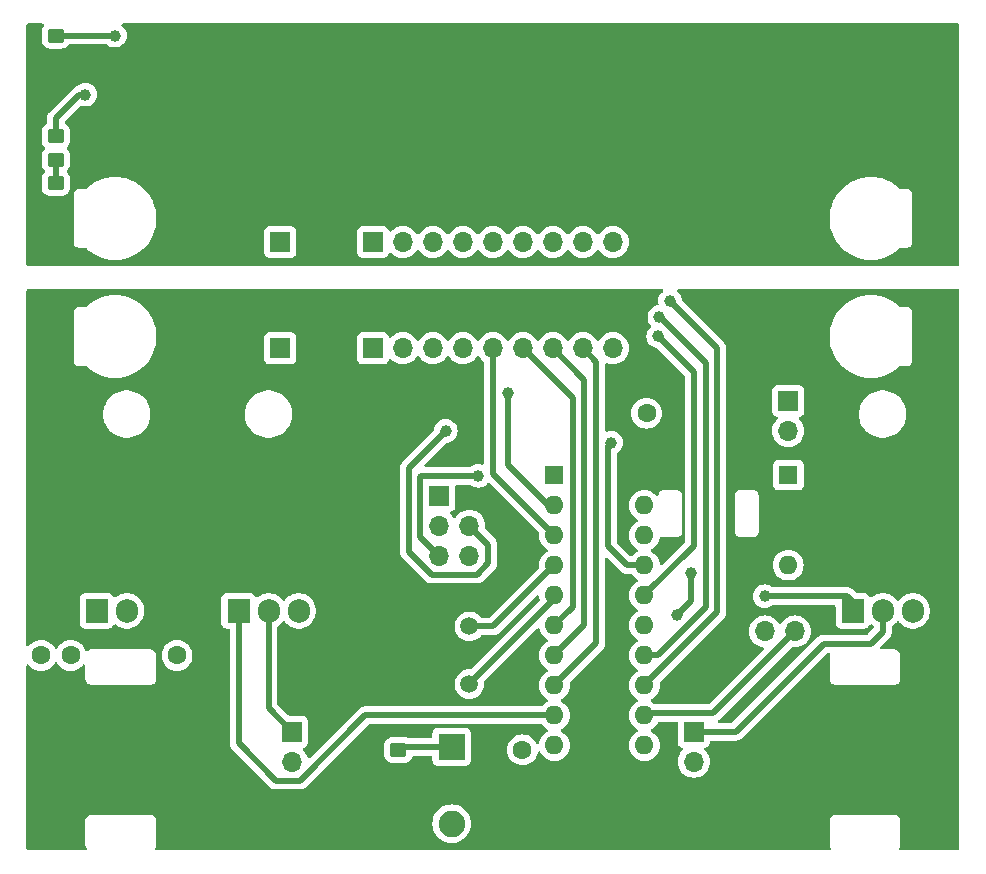
<source format=gbr>
%TF.GenerationSoftware,KiCad,Pcbnew,8.0.8*%
%TF.CreationDate,2025-07-28T16:06:37+02:00*%
%TF.ProjectId,Linefollower Wz.4,4c696e65-666f-46c6-9c6f-77657220577a,4.1*%
%TF.SameCoordinates,Original*%
%TF.FileFunction,Copper,L1,Top*%
%TF.FilePolarity,Positive*%
%FSLAX46Y46*%
G04 Gerber Fmt 4.6, Leading zero omitted, Abs format (unit mm)*
G04 Created by KiCad (PCBNEW 8.0.8) date 2025-07-28 16:06:37*
%MOMM*%
%LPD*%
G01*
G04 APERTURE LIST*
G04 Aperture macros list*
%AMRoundRect*
0 Rectangle with rounded corners*
0 $1 Rounding radius*
0 $2 $3 $4 $5 $6 $7 $8 $9 X,Y pos of 4 corners*
0 Add a 4 corners polygon primitive as box body*
4,1,4,$2,$3,$4,$5,$6,$7,$8,$9,$2,$3,0*
0 Add four circle primitives for the rounded corners*
1,1,$1+$1,$2,$3*
1,1,$1+$1,$4,$5*
1,1,$1+$1,$6,$7*
1,1,$1+$1,$8,$9*
0 Add four rect primitives between the rounded corners*
20,1,$1+$1,$2,$3,$4,$5,0*
20,1,$1+$1,$4,$5,$6,$7,0*
20,1,$1+$1,$6,$7,$8,$9,0*
20,1,$1+$1,$8,$9,$2,$3,0*%
G04 Aperture macros list end*
%TA.AperFunction,SMDPad,CuDef*%
%ADD10RoundRect,0.250000X0.450000X-0.350000X0.450000X0.350000X-0.450000X0.350000X-0.450000X-0.350000X0*%
%TD*%
%TA.AperFunction,ComponentPad*%
%ADD11R,1.700000X1.700000*%
%TD*%
%TA.AperFunction,ComponentPad*%
%ADD12O,1.700000X1.700000*%
%TD*%
%TA.AperFunction,ComponentPad*%
%ADD13C,1.600000*%
%TD*%
%TA.AperFunction,ComponentPad*%
%ADD14C,1.500000*%
%TD*%
%TA.AperFunction,ComponentPad*%
%ADD15R,2.250000X2.250000*%
%TD*%
%TA.AperFunction,ComponentPad*%
%ADD16C,2.250000*%
%TD*%
%TA.AperFunction,ComponentPad*%
%ADD17R,1.905000X2.000000*%
%TD*%
%TA.AperFunction,ComponentPad*%
%ADD18O,1.905000X2.000000*%
%TD*%
%TA.AperFunction,ComponentPad*%
%ADD19R,1.600000X1.600000*%
%TD*%
%TA.AperFunction,ComponentPad*%
%ADD20O,1.600000X1.600000*%
%TD*%
%TA.AperFunction,SMDPad,CuDef*%
%ADD21RoundRect,0.250000X-0.450000X0.350000X-0.450000X-0.350000X0.450000X-0.350000X0.450000X0.350000X0*%
%TD*%
%TA.AperFunction,ViaPad*%
%ADD22C,1.000000*%
%TD*%
%TA.AperFunction,Conductor*%
%ADD23C,0.500000*%
%TD*%
%TA.AperFunction,Conductor*%
%ADD24C,0.200000*%
%TD*%
G04 APERTURE END LIST*
D10*
%TO.P,R3,1*%
%TO.N,Net-(J4-Pin_2)*%
X87990000Y-72525000D03*
%TO.P,R3,2*%
%TO.N,Net-(D1-A)*%
X87990000Y-70525000D03*
%TD*%
%TO.P,R4,1*%
%TO.N,Net-(R2-Pad2)*%
X87990000Y-81025000D03*
%TO.P,R4,2*%
%TO.N,Net-(U1-A)*%
X87990000Y-79025000D03*
%TD*%
D11*
%TO.P,J3,1,Pin_1*%
%TO.N,Net-(J3-Pin_1)*%
X114840000Y-97000000D03*
D12*
%TO.P,J3,2,Pin_2*%
%TO.N,Net-(J3-Pin_2)*%
X117380000Y-97000000D03*
%TO.P,J3,3,Pin_3*%
%TO.N,Net-(J3-Pin_3)*%
X119920000Y-97000000D03*
%TO.P,J3,4,Pin_4*%
%TO.N,Net-(J3-Pin_4)*%
X122460000Y-97000000D03*
%TO.P,J3,5,Pin_5*%
%TO.N,Net-(J3-Pin_5)*%
X125000000Y-97000000D03*
%TO.P,J3,6,Pin_6*%
%TO.N,Net-(J3-Pin_6)*%
X127540000Y-97000000D03*
%TO.P,J3,7,Pin_7*%
%TO.N,Net-(J3-Pin_7)*%
X130080000Y-97000000D03*
%TO.P,J3,8,Pin_8*%
%TO.N,Net-(J3-Pin_8)*%
X132620000Y-97000000D03*
%TO.P,J3,9,Pin_9*%
%TO.N,Net-(J3-Pin_9)*%
X135160000Y-97000000D03*
%TD*%
D11*
%TO.P,J4,1,Pin_1*%
%TO.N,Net-(D1-K)*%
X107000000Y-88000000D03*
D12*
%TO.P,J4,2,Pin_2*%
%TO.N,Net-(J4-Pin_2)*%
X104460000Y-88000000D03*
%TD*%
D13*
%TO.P,C4,1*%
%TO.N,+5V*%
X125000000Y-131000000D03*
%TO.P,C4,2*%
%TO.N,GND*%
X127500000Y-131000000D03*
%TD*%
D14*
%TO.P,Y1,1,1*%
%TO.N,Net-(U11-PA1{slash}XTAL2)*%
X123000000Y-120550000D03*
%TO.P,Y1,2,2*%
%TO.N,Net-(U11-PA0{slash}XTAL1)*%
X123000000Y-125430000D03*
%TD*%
D11*
%TO.P,12V,1,Pin_1*%
%TO.N,GND*%
X150000000Y-101460000D03*
D12*
%TO.P,12V,2,Pin_2*%
%TO.N,Net-(J2-Pin_2)*%
X150000000Y-104000000D03*
%TD*%
D13*
%TO.P,C2,1*%
%TO.N,GND*%
X89250000Y-123000000D03*
%TO.P,C2,2*%
%TO.N,+12V*%
X86750000Y-123000000D03*
%TD*%
D11*
%TO.P,M1,1,+*%
%TO.N,Net-(M1-+)*%
X108000000Y-129460000D03*
D12*
%TO.P,M1,2,-*%
%TO.N,GND*%
X108000000Y-132000000D03*
%TD*%
D11*
%TO.P,J5,1,Pin_1*%
%TO.N,GND*%
X107000000Y-97000000D03*
D12*
%TO.P,J5,2,Pin_2*%
%TO.N,+5V*%
X104460000Y-97000000D03*
%TD*%
D15*
%TO.P,SW2,1*%
%TO.N,Net-(ICSP1-~{RST})*%
X121500000Y-130750000D03*
D16*
%TO.P,SW2,2*%
%TO.N,GND*%
X121500000Y-137250000D03*
%TD*%
D17*
%TO.P,Q1,1,G*%
%TO.N,Net-(Q1-G)*%
X103460000Y-119230000D03*
D18*
%TO.P,Q1,2,S*%
%TO.N,Net-(M1-+)*%
X106000000Y-119230000D03*
%TO.P,Q1,3,D*%
%TO.N,+12V*%
X108540000Y-119230000D03*
%TD*%
D19*
%TO.P,SW1,1,A*%
%TO.N,Net-(J2-Pin_2)*%
X150000000Y-107732500D03*
D20*
%TO.P,SW1,2,B*%
%TO.N,+12V*%
X150000000Y-115352500D03*
%TD*%
D13*
%TO.P,C3,1*%
%TO.N,+5V*%
X100750000Y-123000000D03*
%TO.P,C3,2*%
%TO.N,GND*%
X98250000Y-123000000D03*
%TD*%
D17*
%TO.P,Q2,1,G*%
%TO.N,Net-(Q2-G)*%
X155460000Y-119230000D03*
D18*
%TO.P,Q2,2,S*%
%TO.N,Net-(M2-+)*%
X158000000Y-119230000D03*
%TO.P,Q2,3,D*%
%TO.N,+12V*%
X160540000Y-119230000D03*
%TD*%
D17*
%TO.P,U10,1,VI*%
%TO.N,+12V*%
X91460000Y-119230000D03*
D18*
%TO.P,U10,2,GND*%
%TO.N,GND*%
X94000000Y-119230000D03*
%TO.P,U10,3,VO*%
%TO.N,+5V*%
X96540000Y-119230000D03*
%TD*%
D19*
%TO.P,U11,1,PA2/~{RESET}*%
%TO.N,Net-(ICSP1-~{RST})*%
X130200000Y-107760000D03*
D20*
%TO.P,U11,2,PD0*%
%TO.N,Net-(J3-Pin_4)*%
X130200000Y-110300000D03*
%TO.P,U11,3,PD1*%
%TO.N,Net-(J3-Pin_5)*%
X130200000Y-112840000D03*
%TO.P,U11,4,PA1/XTAL2*%
%TO.N,Net-(U11-PA1{slash}XTAL2)*%
X130200000Y-115380000D03*
%TO.P,U11,5,PA0/XTAL1*%
%TO.N,Net-(U11-PA0{slash}XTAL1)*%
X130200000Y-117920000D03*
%TO.P,U11,6,PD2*%
%TO.N,Net-(J3-Pin_6)*%
X130200000Y-120460000D03*
%TO.P,U11,7,PD3*%
%TO.N,Net-(J3-Pin_7)*%
X130200000Y-123000000D03*
%TO.P,U11,8,PD4*%
%TO.N,Net-(J3-Pin_8)*%
X130200000Y-125540000D03*
%TO.P,U11,9,PD5*%
%TO.N,Net-(Q1-G)*%
X130200000Y-128080000D03*
%TO.P,U11,10,GND*%
%TO.N,GND*%
X130200000Y-130620000D03*
%TO.P,U11,11,PD6*%
%TO.N,Net-(J3-Pin_9)*%
X137820000Y-130620000D03*
%TO.P,U11,12,PB0*%
%TO.N,Net-(S1-Pin_3)*%
X137820000Y-128080000D03*
%TO.P,U11,13,PB1*%
%TO.N,Net-(J3-Pin_1)*%
X137820000Y-125540000D03*
%TO.P,U11,14,PB2*%
%TO.N,Net-(J3-Pin_2)*%
X137820000Y-123000000D03*
%TO.P,U11,15,PB3*%
%TO.N,Net-(Q2-G)*%
X137820000Y-120460000D03*
%TO.P,U11,16,PB4*%
%TO.N,Net-(J3-Pin_3)*%
X137820000Y-117920000D03*
%TO.P,U11,17,PB5*%
%TO.N,Net-(ICSP1-MOSI)*%
X137820000Y-115380000D03*
%TO.P,U11,18,PB6*%
%TO.N,Net-(ICSP1-MISO)*%
X137820000Y-112840000D03*
%TO.P,U11,19,PB7*%
%TO.N,Net-(ICSP1-SCK)*%
X137820000Y-110300000D03*
%TO.P,U11,20,VCC*%
%TO.N,+5V*%
X137820000Y-107760000D03*
%TD*%
D11*
%TO.P,ICSP1,1,MISO*%
%TO.N,Net-(ICSP1-MISO)*%
X120460000Y-109475000D03*
D12*
%TO.P,ICSP1,2,VCC*%
%TO.N,+5V*%
X123000000Y-109475000D03*
%TO.P,ICSP1,3,SCK*%
%TO.N,Net-(ICSP1-SCK)*%
X120460000Y-112015000D03*
%TO.P,ICSP1,4,MOSI*%
%TO.N,Net-(ICSP1-MOSI)*%
X123000000Y-112015000D03*
%TO.P,ICSP1,5,~{RST}*%
%TO.N,Net-(ICSP1-~{RST})*%
X120460000Y-114555000D03*
%TO.P,ICSP1,6,GND*%
%TO.N,GND*%
X123000000Y-114555000D03*
%TD*%
D11*
%TO.P,M2,1,+*%
%TO.N,Net-(M2-+)*%
X142000000Y-129460000D03*
D12*
%TO.P,M2,2,-*%
%TO.N,GND*%
X142000000Y-132000000D03*
%TD*%
D21*
%TO.P,R1,1*%
%TO.N,Net-(ICSP1-~{RST})*%
X117000000Y-131000000D03*
%TO.P,R1,2*%
%TO.N,+5V*%
X117000000Y-133000000D03*
%TD*%
D10*
%TO.P,R2,1*%
%TO.N,Net-(J4-Pin_2)*%
X87990000Y-85025000D03*
%TO.P,R2,2*%
%TO.N,Net-(R2-Pad2)*%
X87990000Y-83025000D03*
%TD*%
D11*
%TO.P,J1,1,Pin_1*%
%TO.N,Net-(J1-Pin_1)*%
X114840000Y-88000000D03*
D12*
%TO.P,J1,2,Pin_2*%
%TO.N,Net-(J1-Pin_2)*%
X117380000Y-88000000D03*
%TO.P,J1,3,Pin_3*%
%TO.N,Net-(J1-Pin_3)*%
X119920000Y-88000000D03*
%TO.P,J1,4,Pin_4*%
%TO.N,Net-(J1-Pin_4)*%
X122460000Y-88000000D03*
%TO.P,J1,5,Pin_5*%
%TO.N,Net-(J1-Pin_5)*%
X125000000Y-88000000D03*
%TO.P,J1,6,Pin_6*%
%TO.N,Net-(J1-Pin_6)*%
X127540000Y-88000000D03*
%TO.P,J1,7,Pin_7*%
%TO.N,Net-(J1-Pin_7)*%
X130080000Y-88000000D03*
%TO.P,J1,8,Pin_8*%
%TO.N,Net-(J1-Pin_8)*%
X132620000Y-88000000D03*
%TO.P,J1,9,Pin_9*%
%TO.N,Net-(J1-Pin_9)*%
X135160000Y-88000000D03*
%TD*%
D13*
%TO.P,C1,1*%
%TO.N,+5V*%
X138000000Y-105000000D03*
%TO.P,C1,2*%
%TO.N,GND*%
X138000000Y-102500000D03*
%TD*%
D11*
%TO.P,S1,1,Pin_1*%
%TO.N,+5V*%
X145475000Y-120975000D03*
D12*
%TO.P,S1,2,Pin_2*%
%TO.N,GND*%
X148015000Y-120975000D03*
%TO.P,S1,3,Pin_3*%
%TO.N,Net-(S1-Pin_3)*%
X150555000Y-120975000D03*
%TD*%
D22*
%TO.N,Net-(J3-Pin_9)*%
X140589009Y-119589009D03*
X141750000Y-116000000D03*
%TO.N,Net-(ICSP1-MOSI)*%
X121000000Y-104000000D03*
X135000002Y-105000000D03*
%TO.N,Net-(ICSP1-~{RST})*%
X123758763Y-107787760D03*
%TO.N,Net-(U1-A)*%
X90490000Y-75525000D03*
%TO.N,Net-(D1-A)*%
X92990000Y-70525000D03*
%TO.N,Net-(J3-Pin_3)*%
X139000000Y-96000000D03*
%TO.N,Net-(J3-Pin_4)*%
X126250000Y-100790000D03*
%TO.N,Net-(J3-Pin_2)*%
X139093374Y-94359935D03*
%TO.N,Net-(J3-Pin_1)*%
X140000000Y-93000000D03*
%TO.N,Net-(Q2-G)*%
X148000000Y-118000000D03*
%TD*%
D23*
%TO.N,Net-(J3-Pin_9)*%
X141750000Y-118428018D02*
X140589009Y-119589009D01*
X141750000Y-116000000D02*
X141750000Y-118428018D01*
%TO.N,Net-(J3-Pin_2)*%
X143000000Y-98232233D02*
X139127702Y-94359935D01*
X143000000Y-118945786D02*
X143000000Y-98232233D01*
X138945786Y-123000000D02*
X143000000Y-118945786D01*
X137820000Y-123000000D02*
X138945786Y-123000000D01*
X139127702Y-94359935D02*
X139093374Y-94359935D01*
%TO.N,+5V*%
X100750000Y-123000000D02*
X96980000Y-119230000D01*
X96980000Y-119230000D02*
X96540000Y-119230000D01*
%TO.N,Net-(M1-+)*%
X106000000Y-118730000D02*
X106000000Y-127460000D01*
X106000000Y-127460000D02*
X108000000Y-129460000D01*
%TO.N,Net-(M2-+)*%
X157000000Y-122000000D02*
X158000000Y-121000000D01*
X153000000Y-122000000D02*
X157000000Y-122000000D01*
X158000000Y-121000000D02*
X158000000Y-119230000D01*
X142000000Y-129460000D02*
X145540000Y-129460000D01*
X145540000Y-129460000D02*
X153000000Y-122000000D01*
%TO.N,Net-(ICSP1-MOSI)*%
X124600000Y-115217742D02*
X124600000Y-113615000D01*
X123662742Y-116155000D02*
X124600000Y-115217742D01*
X136380000Y-115380000D02*
X137820000Y-115380000D01*
X117860000Y-114217742D02*
X119797258Y-116155000D01*
X135000002Y-105000000D02*
X134750002Y-105250000D01*
X124600000Y-113615000D02*
X123000000Y-112015000D01*
X121000000Y-104000000D02*
X117860000Y-107140000D01*
X119797258Y-116155000D02*
X123662742Y-116155000D01*
X134750002Y-105250000D02*
X134750002Y-113750002D01*
X117860000Y-107140000D02*
X117860000Y-114217742D01*
X134750002Y-113750002D02*
X136380000Y-115380000D01*
%TO.N,Net-(ICSP1-~{RST})*%
X123758763Y-107787760D02*
X118947240Y-107787760D01*
X117250000Y-130750000D02*
X117000000Y-131000000D01*
X121670000Y-130580000D02*
X121500000Y-130750000D01*
X121500000Y-130750000D02*
X117250000Y-130750000D01*
X118860000Y-112955000D02*
X120460000Y-114555000D01*
X118947240Y-107787760D02*
X118860000Y-107875000D01*
X118860000Y-107875000D02*
X118860000Y-112955000D01*
D24*
%TO.N,Net-(ICSP1-MISO)*%
X120460000Y-109960000D02*
X120540000Y-109960000D01*
D23*
%TO.N,Net-(U1-A)*%
X89990000Y-75525000D02*
X87990000Y-77525000D01*
X87990000Y-79025000D02*
X87990000Y-77525000D01*
%TO.N,Net-(D1-A)*%
X92990000Y-70525000D02*
X87990000Y-70525000D01*
%TO.N,Net-(S1-Pin_3)*%
X150555000Y-120975000D02*
X143670000Y-127860000D01*
X143670000Y-127860000D02*
X138040000Y-127860000D01*
X138040000Y-127860000D02*
X137820000Y-128080000D01*
%TO.N,Net-(J3-Pin_6)*%
X131750000Y-118910000D02*
X131750000Y-101210000D01*
X130200000Y-120460000D02*
X131750000Y-118910000D01*
X131750000Y-101210000D02*
X127540000Y-97000000D01*
%TO.N,Net-(J3-Pin_3)*%
X137820000Y-117920000D02*
X142000000Y-113740000D01*
X142000000Y-99000000D02*
X139000000Y-96000000D01*
X142000000Y-113740000D02*
X142000000Y-99000000D01*
%TO.N,Net-(J3-Pin_5)*%
X125000000Y-107640000D02*
X125000000Y-97000000D01*
X130200000Y-112840000D02*
X125000000Y-107640000D01*
%TO.N,Net-(J3-Pin_4)*%
X129640000Y-110300000D02*
X130200000Y-110300000D01*
X126250000Y-100790000D02*
X126250000Y-106910000D01*
X126250000Y-106910000D02*
X129640000Y-110300000D01*
%TO.N,Net-(J3-Pin_7)*%
X132750001Y-99670001D02*
X130080000Y-97000000D01*
X130200000Y-123000000D02*
X132750001Y-120449999D01*
X132750001Y-120449999D02*
X132750001Y-99670001D01*
%TO.N,Net-(J3-Pin_8)*%
X133750002Y-121989998D02*
X133750002Y-98130002D01*
X133750002Y-98130002D02*
X132620000Y-97000000D01*
X130200000Y-125540000D02*
X133750002Y-121989998D01*
%TO.N,Net-(J3-Pin_9)*%
X135160000Y-97000000D02*
X134750002Y-97409998D01*
%TO.N,Net-(J3-Pin_1)*%
X144000000Y-97000000D02*
X140000000Y-93000000D01*
X137820000Y-125540000D02*
X144000000Y-119360000D01*
X144000000Y-119360000D02*
X144000000Y-97000000D01*
%TO.N,Net-(Q1-G)*%
X106600000Y-133600000D02*
X103460000Y-130460000D01*
X130200000Y-128080000D02*
X114182742Y-128080000D01*
X108662742Y-133600000D02*
X106600000Y-133600000D01*
X103460000Y-130460000D02*
X103460000Y-118730000D01*
X114182742Y-128080000D02*
X108662742Y-133600000D01*
%TO.N,Net-(Q2-G)*%
X148000000Y-118000000D02*
X155000000Y-118000000D01*
X155460000Y-118460000D02*
X155460000Y-119230000D01*
X155000000Y-118000000D02*
X155460000Y-118460000D01*
%TO.N,Net-(U11-PA1{slash}XTAL2)*%
X125030000Y-120550000D02*
X130200000Y-115380000D01*
X129620000Y-115380000D02*
X130200000Y-115380000D01*
X125030000Y-120550000D02*
X123000000Y-120550000D01*
X130070000Y-115380000D02*
X130200000Y-115380000D01*
D24*
%TO.N,Net-(U11-PA0{slash}XTAL1)*%
X130380000Y-117880000D02*
X130500000Y-118000000D01*
D23*
X123000000Y-125430000D02*
X130200000Y-118230000D01*
X130200000Y-118230000D02*
X130200000Y-117920000D01*
%TO.N,Net-(R2-Pad2)*%
X87990000Y-83025000D02*
X87990000Y-81025000D01*
%TD*%
%TA.AperFunction,Conductor*%
%TO.N,+5V*%
G36*
X139361888Y-92019685D02*
G01*
X139407643Y-92072489D01*
X139417587Y-92141647D01*
X139388562Y-92205203D01*
X139373514Y-92219853D01*
X139289116Y-92289116D01*
X139164090Y-92441460D01*
X139164086Y-92441467D01*
X139071188Y-92615266D01*
X139013975Y-92803870D01*
X138994659Y-93000000D01*
X139013976Y-93196132D01*
X139019093Y-93213002D01*
X139019716Y-93282869D01*
X138982467Y-93341982D01*
X138919172Y-93371572D01*
X138912590Y-93372399D01*
X138897243Y-93373910D01*
X138708640Y-93431123D01*
X138534841Y-93524021D01*
X138534834Y-93524025D01*
X138382490Y-93649051D01*
X138257464Y-93801395D01*
X138257460Y-93801402D01*
X138164562Y-93975201D01*
X138107349Y-94163805D01*
X138088033Y-94359935D01*
X138107349Y-94556064D01*
X138164562Y-94744668D01*
X138257460Y-94918467D01*
X138257465Y-94918474D01*
X138373298Y-95059618D01*
X138400611Y-95123928D01*
X138388820Y-95192796D01*
X138356110Y-95234136D01*
X138289116Y-95289116D01*
X138164090Y-95441460D01*
X138164086Y-95441467D01*
X138071188Y-95615266D01*
X138013975Y-95803870D01*
X137994659Y-96000000D01*
X138013975Y-96196129D01*
X138013976Y-96196132D01*
X138055632Y-96333454D01*
X138071188Y-96384733D01*
X138164086Y-96558532D01*
X138164090Y-96558539D01*
X138289116Y-96710883D01*
X138441460Y-96835909D01*
X138441467Y-96835913D01*
X138615266Y-96928811D01*
X138615269Y-96928811D01*
X138615273Y-96928814D01*
X138803868Y-96986024D01*
X138893697Y-96994871D01*
X138958485Y-97021031D01*
X138969225Y-97030593D01*
X141213181Y-99274548D01*
X141246666Y-99335871D01*
X141249500Y-99362229D01*
X141249500Y-113377769D01*
X141229815Y-113444808D01*
X141213181Y-113465450D01*
X139327431Y-115351199D01*
X139266108Y-115384684D01*
X139196416Y-115379700D01*
X139140483Y-115337828D01*
X139116222Y-115274327D01*
X139105635Y-115153308D01*
X139046739Y-114933504D01*
X138950568Y-114727266D01*
X138820047Y-114540861D01*
X138820046Y-114540860D01*
X138820045Y-114540858D01*
X138659141Y-114379954D01*
X138472734Y-114249432D01*
X138472728Y-114249429D01*
X138414725Y-114222382D01*
X138362285Y-114176210D01*
X138343133Y-114109017D01*
X138363348Y-114042135D01*
X138414725Y-113997618D01*
X138472734Y-113970568D01*
X138659139Y-113840047D01*
X138820047Y-113679139D01*
X138950568Y-113492734D01*
X139046739Y-113286496D01*
X139105635Y-113066692D01*
X139106697Y-113054550D01*
X139132148Y-112989482D01*
X139188738Y-112948502D01*
X139258500Y-112944623D01*
X139292226Y-112957969D01*
X139306814Y-112966392D01*
X139434108Y-113000500D01*
X139434110Y-113000500D01*
X140565890Y-113000500D01*
X140565892Y-113000500D01*
X140693186Y-112966392D01*
X140807314Y-112900500D01*
X140900500Y-112807314D01*
X140966392Y-112693186D01*
X141000500Y-112565892D01*
X141000500Y-109434108D01*
X140966392Y-109306814D01*
X140900500Y-109192686D01*
X140807314Y-109099500D01*
X140750250Y-109066554D01*
X140693187Y-109033608D01*
X140621366Y-109014364D01*
X140565892Y-108999500D01*
X139565892Y-108999500D01*
X139434108Y-108999500D01*
X139306812Y-109033608D01*
X139192686Y-109099500D01*
X139192683Y-109099502D01*
X139099502Y-109192683D01*
X139099500Y-109192686D01*
X139033609Y-109306812D01*
X139011511Y-109389281D01*
X138975145Y-109448942D01*
X138912298Y-109479470D01*
X138842923Y-109471175D01*
X138804055Y-109444868D01*
X138659141Y-109299954D01*
X138472734Y-109169432D01*
X138472732Y-109169431D01*
X138266497Y-109073261D01*
X138266488Y-109073258D01*
X138046697Y-109014366D01*
X138046693Y-109014365D01*
X138046692Y-109014365D01*
X138046691Y-109014364D01*
X138046686Y-109014364D01*
X137820002Y-108994532D01*
X137819998Y-108994532D01*
X137593313Y-109014364D01*
X137593302Y-109014366D01*
X137373511Y-109073258D01*
X137373502Y-109073261D01*
X137167267Y-109169431D01*
X137167265Y-109169432D01*
X136980858Y-109299954D01*
X136819954Y-109460858D01*
X136689432Y-109647265D01*
X136689431Y-109647267D01*
X136593261Y-109853502D01*
X136593258Y-109853511D01*
X136534366Y-110073302D01*
X136534364Y-110073313D01*
X136514532Y-110299998D01*
X136514532Y-110300001D01*
X136534364Y-110526686D01*
X136534366Y-110526697D01*
X136593258Y-110746488D01*
X136593261Y-110746497D01*
X136689431Y-110952732D01*
X136689432Y-110952734D01*
X136819954Y-111139141D01*
X136980858Y-111300045D01*
X136980861Y-111300047D01*
X137167266Y-111430568D01*
X137225275Y-111457618D01*
X137277714Y-111503791D01*
X137296866Y-111570984D01*
X137276650Y-111637865D01*
X137225275Y-111682382D01*
X137167267Y-111709431D01*
X137167265Y-111709432D01*
X136980858Y-111839954D01*
X136819954Y-112000858D01*
X136689432Y-112187265D01*
X136689431Y-112187267D01*
X136593261Y-112393502D01*
X136593258Y-112393511D01*
X136534366Y-112613302D01*
X136534364Y-112613313D01*
X136514532Y-112839998D01*
X136514532Y-112840001D01*
X136534364Y-113066686D01*
X136534366Y-113066697D01*
X136593258Y-113286488D01*
X136593260Y-113286493D01*
X136593261Y-113286496D01*
X136614479Y-113331998D01*
X136689431Y-113492732D01*
X136689432Y-113492734D01*
X136819954Y-113679141D01*
X136980858Y-113840045D01*
X136980861Y-113840047D01*
X137167266Y-113970568D01*
X137225275Y-113997618D01*
X137277714Y-114043791D01*
X137296866Y-114110984D01*
X137276650Y-114177865D01*
X137225275Y-114222382D01*
X137167267Y-114249431D01*
X137167265Y-114249432D01*
X136980858Y-114379954D01*
X136819952Y-114540860D01*
X136815044Y-114547870D01*
X136760466Y-114591493D01*
X136690967Y-114598684D01*
X136628614Y-114567159D01*
X136625791Y-114564424D01*
X135536821Y-113475453D01*
X135503336Y-113414130D01*
X135500502Y-113387772D01*
X135500502Y-105940969D01*
X135520187Y-105873930D01*
X135555615Y-105837864D01*
X135558530Y-105835915D01*
X135558540Y-105835910D01*
X135710885Y-105710883D01*
X135835912Y-105558538D01*
X135928816Y-105384727D01*
X135986026Y-105196132D01*
X136005343Y-105000000D01*
X135986026Y-104803868D01*
X135928816Y-104615273D01*
X135928813Y-104615269D01*
X135928813Y-104615266D01*
X135835915Y-104441467D01*
X135835911Y-104441460D01*
X135710885Y-104289116D01*
X135558541Y-104164090D01*
X135558534Y-104164086D01*
X135384735Y-104071188D01*
X135384729Y-104071186D01*
X135258999Y-104033046D01*
X135196131Y-104013975D01*
X135000002Y-103994659D01*
X134803871Y-104013975D01*
X134660497Y-104057468D01*
X134590630Y-104058091D01*
X134531518Y-104020843D01*
X134501927Y-103957549D01*
X134500502Y-103938807D01*
X134500502Y-102499998D01*
X136694532Y-102499998D01*
X136694532Y-102500001D01*
X136714364Y-102726686D01*
X136714366Y-102726697D01*
X136773258Y-102946488D01*
X136773261Y-102946497D01*
X136869431Y-103152732D01*
X136869432Y-103152734D01*
X136999954Y-103339141D01*
X137160858Y-103500045D01*
X137160861Y-103500047D01*
X137347266Y-103630568D01*
X137553504Y-103726739D01*
X137773308Y-103785635D01*
X137935230Y-103799801D01*
X137999998Y-103805468D01*
X138000000Y-103805468D01*
X138000002Y-103805468D01*
X138056673Y-103800509D01*
X138226692Y-103785635D01*
X138446496Y-103726739D01*
X138652734Y-103630568D01*
X138839139Y-103500047D01*
X139000047Y-103339139D01*
X139130568Y-103152734D01*
X139226739Y-102946496D01*
X139285635Y-102726692D01*
X139305468Y-102500000D01*
X139285635Y-102273308D01*
X139226739Y-102053504D01*
X139130568Y-101847266D01*
X139000047Y-101660861D01*
X139000045Y-101660858D01*
X138839141Y-101499954D01*
X138652734Y-101369432D01*
X138652732Y-101369431D01*
X138446497Y-101273261D01*
X138446488Y-101273258D01*
X138226697Y-101214366D01*
X138226693Y-101214365D01*
X138226692Y-101214365D01*
X138226691Y-101214364D01*
X138226686Y-101214364D01*
X138000002Y-101194532D01*
X137999998Y-101194532D01*
X137773313Y-101214364D01*
X137773302Y-101214366D01*
X137553511Y-101273258D01*
X137553502Y-101273261D01*
X137347267Y-101369431D01*
X137347265Y-101369432D01*
X137160858Y-101499954D01*
X136999954Y-101660858D01*
X136869432Y-101847265D01*
X136869431Y-101847267D01*
X136773261Y-102053502D01*
X136773258Y-102053511D01*
X136714366Y-102273302D01*
X136714364Y-102273313D01*
X136694532Y-102499998D01*
X134500502Y-102499998D01*
X134500502Y-98377224D01*
X134520187Y-98310185D01*
X134572991Y-98264430D01*
X134642149Y-98254486D01*
X134676908Y-98264843D01*
X134696330Y-98273900D01*
X134696332Y-98273900D01*
X134696337Y-98273903D01*
X134924592Y-98335063D01*
X135104337Y-98350789D01*
X135159999Y-98355659D01*
X135160000Y-98355659D01*
X135160001Y-98355659D01*
X135215663Y-98350789D01*
X135395408Y-98335063D01*
X135623663Y-98273903D01*
X135837830Y-98174035D01*
X136031401Y-98038495D01*
X136198495Y-97871401D01*
X136334035Y-97677830D01*
X136433903Y-97463663D01*
X136495063Y-97235408D01*
X136515659Y-97000000D01*
X136495063Y-96764592D01*
X136433903Y-96536337D01*
X136334035Y-96322171D01*
X136328425Y-96314158D01*
X136198494Y-96128597D01*
X136031402Y-95961506D01*
X136031395Y-95961501D01*
X135837834Y-95825967D01*
X135837830Y-95825965D01*
X135790443Y-95803868D01*
X135623663Y-95726097D01*
X135623659Y-95726096D01*
X135623655Y-95726094D01*
X135395413Y-95664938D01*
X135395403Y-95664936D01*
X135160001Y-95644341D01*
X135159999Y-95644341D01*
X134924596Y-95664936D01*
X134924586Y-95664938D01*
X134696344Y-95726094D01*
X134696335Y-95726098D01*
X134482171Y-95825964D01*
X134482169Y-95825965D01*
X134288597Y-95961505D01*
X134121505Y-96128597D01*
X133991575Y-96314158D01*
X133936998Y-96357783D01*
X133867500Y-96364977D01*
X133805145Y-96333454D01*
X133788425Y-96314158D01*
X133658494Y-96128597D01*
X133491402Y-95961506D01*
X133491395Y-95961501D01*
X133297834Y-95825967D01*
X133297830Y-95825965D01*
X133250443Y-95803868D01*
X133083663Y-95726097D01*
X133083659Y-95726096D01*
X133083655Y-95726094D01*
X132855413Y-95664938D01*
X132855403Y-95664936D01*
X132620001Y-95644341D01*
X132619999Y-95644341D01*
X132384596Y-95664936D01*
X132384586Y-95664938D01*
X132156344Y-95726094D01*
X132156335Y-95726098D01*
X131942171Y-95825964D01*
X131942169Y-95825965D01*
X131748597Y-95961505D01*
X131581505Y-96128597D01*
X131451575Y-96314158D01*
X131396998Y-96357783D01*
X131327500Y-96364977D01*
X131265145Y-96333454D01*
X131248425Y-96314158D01*
X131118494Y-96128597D01*
X130951402Y-95961506D01*
X130951395Y-95961501D01*
X130757834Y-95825967D01*
X130757830Y-95825965D01*
X130710443Y-95803868D01*
X130543663Y-95726097D01*
X130543659Y-95726096D01*
X130543655Y-95726094D01*
X130315413Y-95664938D01*
X130315403Y-95664936D01*
X130080001Y-95644341D01*
X130079999Y-95644341D01*
X129844596Y-95664936D01*
X129844586Y-95664938D01*
X129616344Y-95726094D01*
X129616335Y-95726098D01*
X129402171Y-95825964D01*
X129402169Y-95825965D01*
X129208597Y-95961505D01*
X129041505Y-96128597D01*
X128911575Y-96314158D01*
X128856998Y-96357783D01*
X128787500Y-96364977D01*
X128725145Y-96333454D01*
X128708425Y-96314158D01*
X128578494Y-96128597D01*
X128411402Y-95961506D01*
X128411395Y-95961501D01*
X128217834Y-95825967D01*
X128217830Y-95825965D01*
X128170443Y-95803868D01*
X128003663Y-95726097D01*
X128003659Y-95726096D01*
X128003655Y-95726094D01*
X127775413Y-95664938D01*
X127775403Y-95664936D01*
X127540001Y-95644341D01*
X127539999Y-95644341D01*
X127304596Y-95664936D01*
X127304586Y-95664938D01*
X127076344Y-95726094D01*
X127076335Y-95726098D01*
X126862171Y-95825964D01*
X126862169Y-95825965D01*
X126668597Y-95961505D01*
X126501505Y-96128597D01*
X126371575Y-96314158D01*
X126316998Y-96357783D01*
X126247500Y-96364977D01*
X126185145Y-96333454D01*
X126168425Y-96314158D01*
X126038494Y-96128597D01*
X125871402Y-95961506D01*
X125871395Y-95961501D01*
X125677834Y-95825967D01*
X125677830Y-95825965D01*
X125630443Y-95803868D01*
X125463663Y-95726097D01*
X125463659Y-95726096D01*
X125463655Y-95726094D01*
X125235413Y-95664938D01*
X125235403Y-95664936D01*
X125000001Y-95644341D01*
X124999999Y-95644341D01*
X124764596Y-95664936D01*
X124764586Y-95664938D01*
X124536344Y-95726094D01*
X124536335Y-95726098D01*
X124322171Y-95825964D01*
X124322169Y-95825965D01*
X124128597Y-95961505D01*
X123961505Y-96128597D01*
X123831575Y-96314158D01*
X123776998Y-96357783D01*
X123707500Y-96364977D01*
X123645145Y-96333454D01*
X123628425Y-96314158D01*
X123498494Y-96128597D01*
X123331402Y-95961506D01*
X123331395Y-95961501D01*
X123137834Y-95825967D01*
X123137830Y-95825965D01*
X123090443Y-95803868D01*
X122923663Y-95726097D01*
X122923659Y-95726096D01*
X122923655Y-95726094D01*
X122695413Y-95664938D01*
X122695403Y-95664936D01*
X122460001Y-95644341D01*
X122459999Y-95644341D01*
X122224596Y-95664936D01*
X122224586Y-95664938D01*
X121996344Y-95726094D01*
X121996335Y-95726098D01*
X121782171Y-95825964D01*
X121782169Y-95825965D01*
X121588597Y-95961505D01*
X121421505Y-96128597D01*
X121291575Y-96314158D01*
X121236998Y-96357783D01*
X121167500Y-96364977D01*
X121105145Y-96333454D01*
X121088425Y-96314158D01*
X120958494Y-96128597D01*
X120791402Y-95961506D01*
X120791395Y-95961501D01*
X120597834Y-95825967D01*
X120597830Y-95825965D01*
X120550443Y-95803868D01*
X120383663Y-95726097D01*
X120383659Y-95726096D01*
X120383655Y-95726094D01*
X120155413Y-95664938D01*
X120155403Y-95664936D01*
X119920001Y-95644341D01*
X119919999Y-95644341D01*
X119684596Y-95664936D01*
X119684586Y-95664938D01*
X119456344Y-95726094D01*
X119456335Y-95726098D01*
X119242171Y-95825964D01*
X119242169Y-95825965D01*
X119048597Y-95961505D01*
X118881505Y-96128597D01*
X118751575Y-96314158D01*
X118696998Y-96357783D01*
X118627500Y-96364977D01*
X118565145Y-96333454D01*
X118548425Y-96314158D01*
X118418494Y-96128597D01*
X118251402Y-95961506D01*
X118251395Y-95961501D01*
X118057834Y-95825967D01*
X118057830Y-95825965D01*
X118010443Y-95803868D01*
X117843663Y-95726097D01*
X117843659Y-95726096D01*
X117843655Y-95726094D01*
X117615413Y-95664938D01*
X117615403Y-95664936D01*
X117380001Y-95644341D01*
X117379999Y-95644341D01*
X117144596Y-95664936D01*
X117144586Y-95664938D01*
X116916344Y-95726094D01*
X116916335Y-95726098D01*
X116702171Y-95825964D01*
X116702169Y-95825965D01*
X116508600Y-95961503D01*
X116386673Y-96083430D01*
X116325350Y-96116914D01*
X116255658Y-96111930D01*
X116199725Y-96070058D01*
X116182810Y-96039081D01*
X116133797Y-95907671D01*
X116133793Y-95907664D01*
X116047547Y-95792455D01*
X116047544Y-95792452D01*
X115932335Y-95706206D01*
X115932328Y-95706202D01*
X115797482Y-95655908D01*
X115797483Y-95655908D01*
X115737883Y-95649501D01*
X115737881Y-95649500D01*
X115737873Y-95649500D01*
X115737864Y-95649500D01*
X113942129Y-95649500D01*
X113942123Y-95649501D01*
X113882516Y-95655908D01*
X113747671Y-95706202D01*
X113747664Y-95706206D01*
X113632455Y-95792452D01*
X113632452Y-95792455D01*
X113546206Y-95907664D01*
X113546202Y-95907671D01*
X113495908Y-96042517D01*
X113489501Y-96102116D01*
X113489501Y-96102123D01*
X113489500Y-96102135D01*
X113489500Y-97897870D01*
X113489501Y-97897876D01*
X113495908Y-97957483D01*
X113546202Y-98092328D01*
X113546206Y-98092335D01*
X113632452Y-98207544D01*
X113632455Y-98207547D01*
X113747664Y-98293793D01*
X113747671Y-98293797D01*
X113882517Y-98344091D01*
X113882516Y-98344091D01*
X113889444Y-98344835D01*
X113942127Y-98350500D01*
X115737872Y-98350499D01*
X115797483Y-98344091D01*
X115932331Y-98293796D01*
X116047546Y-98207546D01*
X116133796Y-98092331D01*
X116182810Y-97960916D01*
X116224681Y-97904984D01*
X116290145Y-97880566D01*
X116358418Y-97895417D01*
X116386673Y-97916569D01*
X116508599Y-98038495D01*
X116604738Y-98105812D01*
X116702165Y-98174032D01*
X116702167Y-98174033D01*
X116702170Y-98174035D01*
X116916337Y-98273903D01*
X117144592Y-98335063D01*
X117324337Y-98350789D01*
X117379999Y-98355659D01*
X117380000Y-98355659D01*
X117380001Y-98355659D01*
X117435663Y-98350789D01*
X117615408Y-98335063D01*
X117843663Y-98273903D01*
X118057830Y-98174035D01*
X118251401Y-98038495D01*
X118418495Y-97871401D01*
X118548425Y-97685842D01*
X118603002Y-97642217D01*
X118672500Y-97635023D01*
X118734855Y-97666546D01*
X118751575Y-97685842D01*
X118881500Y-97871395D01*
X118881505Y-97871401D01*
X119048599Y-98038495D01*
X119144738Y-98105812D01*
X119242165Y-98174032D01*
X119242167Y-98174033D01*
X119242170Y-98174035D01*
X119456337Y-98273903D01*
X119684592Y-98335063D01*
X119864337Y-98350789D01*
X119919999Y-98355659D01*
X119920000Y-98355659D01*
X119920001Y-98355659D01*
X119975663Y-98350789D01*
X120155408Y-98335063D01*
X120383663Y-98273903D01*
X120597830Y-98174035D01*
X120791401Y-98038495D01*
X120958495Y-97871401D01*
X121088425Y-97685842D01*
X121143002Y-97642217D01*
X121212500Y-97635023D01*
X121274855Y-97666546D01*
X121291575Y-97685842D01*
X121421500Y-97871395D01*
X121421505Y-97871401D01*
X121588599Y-98038495D01*
X121684738Y-98105812D01*
X121782165Y-98174032D01*
X121782167Y-98174033D01*
X121782170Y-98174035D01*
X121996337Y-98273903D01*
X122224592Y-98335063D01*
X122404337Y-98350789D01*
X122459999Y-98355659D01*
X122460000Y-98355659D01*
X122460001Y-98355659D01*
X122515663Y-98350789D01*
X122695408Y-98335063D01*
X122923663Y-98273903D01*
X123137830Y-98174035D01*
X123331401Y-98038495D01*
X123498495Y-97871401D01*
X123628425Y-97685842D01*
X123683002Y-97642217D01*
X123752500Y-97635023D01*
X123814855Y-97666546D01*
X123831575Y-97685842D01*
X123961501Y-97871396D01*
X123961506Y-97871402D01*
X124128595Y-98038492D01*
X124128598Y-98038494D01*
X124128599Y-98038495D01*
X124196623Y-98086125D01*
X124240248Y-98140701D01*
X124249500Y-98187700D01*
X124249500Y-106723909D01*
X124229815Y-106790948D01*
X124177011Y-106836703D01*
X124107853Y-106846647D01*
X124089511Y-106842571D01*
X123954895Y-106801736D01*
X123954892Y-106801735D01*
X123758763Y-106782419D01*
X123562633Y-106801735D01*
X123374029Y-106858948D01*
X123200230Y-106951846D01*
X123200223Y-106951850D01*
X123130450Y-107009113D01*
X123066140Y-107036426D01*
X123051785Y-107037260D01*
X119323470Y-107037260D01*
X119256431Y-107017575D01*
X119210676Y-106964771D01*
X119200732Y-106895613D01*
X119229757Y-106832057D01*
X119235789Y-106825579D01*
X119658829Y-106402539D01*
X121030775Y-105030591D01*
X121092096Y-104997108D01*
X121106295Y-104994871D01*
X121196132Y-104986024D01*
X121384727Y-104928814D01*
X121558538Y-104835910D01*
X121710883Y-104710883D01*
X121835910Y-104558538D01*
X121898486Y-104441467D01*
X121928811Y-104384733D01*
X121928811Y-104384732D01*
X121928814Y-104384727D01*
X121986024Y-104196132D01*
X122005341Y-104000000D01*
X121986024Y-103803868D01*
X121928814Y-103615273D01*
X121928811Y-103615269D01*
X121928811Y-103615266D01*
X121835913Y-103441467D01*
X121835909Y-103441460D01*
X121710883Y-103289116D01*
X121558539Y-103164090D01*
X121558532Y-103164086D01*
X121384733Y-103071188D01*
X121384727Y-103071186D01*
X121196132Y-103013976D01*
X121196129Y-103013975D01*
X121000000Y-102994659D01*
X120803870Y-103013975D01*
X120615266Y-103071188D01*
X120441467Y-103164086D01*
X120441460Y-103164090D01*
X120289116Y-103289116D01*
X120164090Y-103441460D01*
X120164086Y-103441467D01*
X120071188Y-103615266D01*
X120013975Y-103803870D01*
X120005127Y-103893700D01*
X119978965Y-103958487D01*
X119969405Y-103969225D01*
X117277049Y-106661582D01*
X117277045Y-106661586D01*
X117257948Y-106690170D01*
X117257947Y-106690172D01*
X117194914Y-106784507D01*
X117138343Y-106921082D01*
X117138340Y-106921092D01*
X117109500Y-107066079D01*
X117109500Y-107066082D01*
X117109500Y-114291660D01*
X117109500Y-114291662D01*
X117109499Y-114291662D01*
X117138340Y-114436649D01*
X117138342Y-114436655D01*
X117194916Y-114573237D01*
X117200761Y-114581984D01*
X117200762Y-114581987D01*
X117200763Y-114581987D01*
X117232509Y-114629500D01*
X117277051Y-114696162D01*
X117277052Y-114696163D01*
X119214307Y-116633416D01*
X119318842Y-116737951D01*
X119318845Y-116737953D01*
X119318846Y-116737954D01*
X119441761Y-116820083D01*
X119441764Y-116820085D01*
X119498337Y-116843518D01*
X119498338Y-116843518D01*
X119578346Y-116876659D01*
X119694499Y-116899763D01*
X119713726Y-116903587D01*
X119723339Y-116905500D01*
X119723340Y-116905500D01*
X123736662Y-116905500D01*
X123834204Y-116886096D01*
X123881655Y-116876658D01*
X124018237Y-116820084D01*
X124067471Y-116787186D01*
X124141158Y-116737952D01*
X125182952Y-115696158D01*
X125232186Y-115622471D01*
X125265084Y-115573237D01*
X125321658Y-115436655D01*
X125338657Y-115351199D01*
X125350500Y-115291662D01*
X125350500Y-113541080D01*
X125335812Y-113467244D01*
X125335812Y-113467239D01*
X125321660Y-113396093D01*
X125321659Y-113396092D01*
X125321659Y-113396088D01*
X125276264Y-113286496D01*
X125275644Y-113285000D01*
X125269214Y-113269476D01*
X125265084Y-113259505D01*
X125217998Y-113189035D01*
X125217998Y-113189034D01*
X125182950Y-113136581D01*
X125182947Y-113136578D01*
X124372869Y-112326501D01*
X124339384Y-112265178D01*
X124337022Y-112228012D01*
X124355659Y-112015000D01*
X124355659Y-112014999D01*
X124340344Y-111839953D01*
X124335063Y-111779592D01*
X124273903Y-111551337D01*
X124174035Y-111337171D01*
X124168425Y-111329158D01*
X124038494Y-111143597D01*
X123871402Y-110976506D01*
X123871395Y-110976501D01*
X123837452Y-110952734D01*
X123832521Y-110949281D01*
X123677834Y-110840967D01*
X123677830Y-110840965D01*
X123628174Y-110817810D01*
X123463663Y-110741097D01*
X123463659Y-110741096D01*
X123463655Y-110741094D01*
X123235413Y-110679938D01*
X123235403Y-110679936D01*
X123000001Y-110659341D01*
X122999999Y-110659341D01*
X122764596Y-110679936D01*
X122764586Y-110679938D01*
X122536344Y-110741094D01*
X122536335Y-110741098D01*
X122322171Y-110840964D01*
X122322169Y-110840965D01*
X122128597Y-110976505D01*
X121961505Y-111143597D01*
X121831575Y-111329158D01*
X121776998Y-111372783D01*
X121707500Y-111379977D01*
X121645145Y-111348454D01*
X121628425Y-111329158D01*
X121498496Y-111143600D01*
X121492779Y-111137883D01*
X121376567Y-111021671D01*
X121343084Y-110960351D01*
X121348068Y-110890659D01*
X121389939Y-110834725D01*
X121420915Y-110817810D01*
X121552331Y-110768796D01*
X121667546Y-110682546D01*
X121753796Y-110567331D01*
X121804091Y-110432483D01*
X121810500Y-110372873D01*
X121810499Y-108662259D01*
X121830184Y-108595221D01*
X121882987Y-108549466D01*
X121934499Y-108538260D01*
X123051785Y-108538260D01*
X123118824Y-108557945D01*
X123130450Y-108566407D01*
X123200223Y-108623669D01*
X123200230Y-108623673D01*
X123374029Y-108716571D01*
X123374032Y-108716571D01*
X123374036Y-108716574D01*
X123562631Y-108773784D01*
X123758763Y-108793101D01*
X123954895Y-108773784D01*
X124143490Y-108716574D01*
X124317301Y-108623670D01*
X124469646Y-108498643D01*
X124530534Y-108424449D01*
X124588277Y-108385117D01*
X124658122Y-108383246D01*
X124714067Y-108415435D01*
X128873282Y-112574650D01*
X128906767Y-112635973D01*
X128909129Y-112673137D01*
X128894532Y-112839996D01*
X128894532Y-112840001D01*
X128914364Y-113066686D01*
X128914366Y-113066697D01*
X128973258Y-113286488D01*
X128973260Y-113286493D01*
X128973261Y-113286496D01*
X128994479Y-113331998D01*
X129069431Y-113492732D01*
X129069432Y-113492734D01*
X129199954Y-113679141D01*
X129360858Y-113840045D01*
X129360861Y-113840047D01*
X129547266Y-113970568D01*
X129605275Y-113997618D01*
X129657714Y-114043791D01*
X129676866Y-114110984D01*
X129656650Y-114177865D01*
X129605275Y-114222382D01*
X129547267Y-114249431D01*
X129547265Y-114249432D01*
X129360858Y-114379954D01*
X129199954Y-114540858D01*
X129069432Y-114727265D01*
X129069431Y-114727267D01*
X128973260Y-114933504D01*
X128939916Y-115057944D01*
X128934704Y-115073300D01*
X128898341Y-115161090D01*
X128898340Y-115161093D01*
X128869500Y-115306079D01*
X128869500Y-115453922D01*
X128888957Y-115551738D01*
X128882730Y-115621329D01*
X128855021Y-115663610D01*
X124755451Y-119763181D01*
X124694128Y-119796666D01*
X124667770Y-119799500D01*
X124065624Y-119799500D01*
X123998585Y-119779815D01*
X123964048Y-119746622D01*
X123961598Y-119743123D01*
X123919569Y-119701094D01*
X123806877Y-119588402D01*
X123627639Y-119462898D01*
X123627640Y-119462898D01*
X123627638Y-119462897D01*
X123528484Y-119416661D01*
X123429330Y-119370425D01*
X123429326Y-119370424D01*
X123429322Y-119370422D01*
X123217977Y-119313793D01*
X123000002Y-119294723D01*
X122999998Y-119294723D01*
X122854682Y-119307436D01*
X122782023Y-119313793D01*
X122782020Y-119313793D01*
X122570677Y-119370422D01*
X122570668Y-119370426D01*
X122372361Y-119462898D01*
X122372357Y-119462900D01*
X122193121Y-119588402D01*
X122038402Y-119743121D01*
X121912900Y-119922357D01*
X121912898Y-119922361D01*
X121820426Y-120120668D01*
X121820422Y-120120677D01*
X121763793Y-120332020D01*
X121763793Y-120332024D01*
X121744723Y-120549997D01*
X121744723Y-120550002D01*
X121748008Y-120587546D01*
X121759953Y-120724089D01*
X121763793Y-120767975D01*
X121763793Y-120767979D01*
X121820422Y-120979322D01*
X121820424Y-120979326D01*
X121820425Y-120979330D01*
X121864532Y-121073917D01*
X121912897Y-121177638D01*
X121912898Y-121177639D01*
X122038402Y-121356877D01*
X122193123Y-121511598D01*
X122372361Y-121637102D01*
X122570670Y-121729575D01*
X122782023Y-121786207D01*
X122964926Y-121802208D01*
X122999998Y-121805277D01*
X123000000Y-121805277D01*
X123000002Y-121805277D01*
X123028254Y-121802805D01*
X123217977Y-121786207D01*
X123429330Y-121729575D01*
X123627639Y-121637102D01*
X123806877Y-121511598D01*
X123961598Y-121356877D01*
X123964050Y-121353374D01*
X124018628Y-121309751D01*
X124065624Y-121300500D01*
X125103920Y-121300500D01*
X125215321Y-121278340D01*
X125248913Y-121271658D01*
X125385495Y-121215084D01*
X125441536Y-121177639D01*
X125508416Y-121132952D01*
X128692568Y-117948797D01*
X128753891Y-117915313D01*
X128823583Y-117920297D01*
X128879516Y-117962169D01*
X128903777Y-118025671D01*
X128914364Y-118146687D01*
X128914366Y-118146697D01*
X128960834Y-118320117D01*
X128959171Y-118389966D01*
X128928740Y-118439891D01*
X123219195Y-124149435D01*
X123157872Y-124182920D01*
X123120708Y-124185282D01*
X123000004Y-124174723D01*
X122999998Y-124174723D01*
X122854682Y-124187436D01*
X122782023Y-124193793D01*
X122782020Y-124193793D01*
X122570677Y-124250422D01*
X122570668Y-124250426D01*
X122372361Y-124342898D01*
X122372357Y-124342900D01*
X122193121Y-124468402D01*
X122038402Y-124623121D01*
X121912900Y-124802357D01*
X121912898Y-124802361D01*
X121820426Y-125000668D01*
X121820422Y-125000677D01*
X121763793Y-125212020D01*
X121763793Y-125212024D01*
X121744723Y-125429997D01*
X121744723Y-125430002D01*
X121763793Y-125647975D01*
X121763793Y-125647979D01*
X121820422Y-125859322D01*
X121820424Y-125859326D01*
X121820425Y-125859330D01*
X121866661Y-125958484D01*
X121912897Y-126057638D01*
X121912898Y-126057639D01*
X122038402Y-126236877D01*
X122193123Y-126391598D01*
X122372361Y-126517102D01*
X122570670Y-126609575D01*
X122782023Y-126666207D01*
X122964926Y-126682208D01*
X122999998Y-126685277D01*
X123000000Y-126685277D01*
X123000002Y-126685277D01*
X123028254Y-126682805D01*
X123217977Y-126666207D01*
X123429330Y-126609575D01*
X123627639Y-126517102D01*
X123806877Y-126391598D01*
X123961598Y-126236877D01*
X124087102Y-126057639D01*
X124179575Y-125859330D01*
X124236207Y-125647977D01*
X124255277Y-125430000D01*
X124244716Y-125309290D01*
X124258482Y-125240792D01*
X124280560Y-125210806D01*
X128739318Y-120752047D01*
X128800639Y-120718564D01*
X128870331Y-120723548D01*
X128926264Y-120765420D01*
X128946772Y-120807637D01*
X128973258Y-120906488D01*
X128973261Y-120906497D01*
X129069431Y-121112732D01*
X129069432Y-121112734D01*
X129199954Y-121299141D01*
X129360858Y-121460045D01*
X129360861Y-121460047D01*
X129547266Y-121590568D01*
X129605275Y-121617618D01*
X129657714Y-121663791D01*
X129676866Y-121730984D01*
X129656650Y-121797865D01*
X129605275Y-121842382D01*
X129547267Y-121869431D01*
X129547265Y-121869432D01*
X129360858Y-121999954D01*
X129199954Y-122160858D01*
X129069432Y-122347265D01*
X129069431Y-122347267D01*
X128973261Y-122553502D01*
X128973258Y-122553511D01*
X128914366Y-122773302D01*
X128914364Y-122773313D01*
X128894532Y-122999998D01*
X128894532Y-123000001D01*
X128914364Y-123226686D01*
X128914366Y-123226697D01*
X128973258Y-123446488D01*
X128973261Y-123446497D01*
X129069431Y-123652732D01*
X129069432Y-123652734D01*
X129199954Y-123839141D01*
X129360858Y-124000045D01*
X129360861Y-124000047D01*
X129547266Y-124130568D01*
X129605275Y-124157618D01*
X129657714Y-124203791D01*
X129676866Y-124270984D01*
X129656650Y-124337865D01*
X129605275Y-124382382D01*
X129547267Y-124409431D01*
X129547265Y-124409432D01*
X129360858Y-124539954D01*
X129199954Y-124700858D01*
X129069432Y-124887265D01*
X129069431Y-124887267D01*
X128973261Y-125093502D01*
X128973258Y-125093511D01*
X128914366Y-125313302D01*
X128914364Y-125313313D01*
X128894532Y-125539998D01*
X128894532Y-125540001D01*
X128914364Y-125766686D01*
X128914366Y-125766697D01*
X128973258Y-125986488D01*
X128973261Y-125986497D01*
X129069431Y-126192732D01*
X129069432Y-126192734D01*
X129199954Y-126379141D01*
X129360858Y-126540045D01*
X129360861Y-126540047D01*
X129547266Y-126670568D01*
X129605275Y-126697618D01*
X129657714Y-126743791D01*
X129676866Y-126810984D01*
X129656650Y-126877865D01*
X129605275Y-126922382D01*
X129547267Y-126949431D01*
X129547265Y-126949432D01*
X129360858Y-127079954D01*
X129199954Y-127240858D01*
X129174912Y-127276623D01*
X129120335Y-127320248D01*
X129073337Y-127329500D01*
X114108822Y-127329500D01*
X113963834Y-127358340D01*
X113963828Y-127358342D01*
X113827250Y-127414914D01*
X113827238Y-127414921D01*
X113778011Y-127447813D01*
X113704330Y-127497044D01*
X113704322Y-127497050D01*
X109508427Y-131692945D01*
X109447104Y-131726430D01*
X109377412Y-131721446D01*
X109321479Y-131679574D01*
X109300971Y-131637357D01*
X109273905Y-131536344D01*
X109273904Y-131536343D01*
X109273903Y-131536337D01*
X109174035Y-131322171D01*
X109107182Y-131226695D01*
X109038496Y-131128600D01*
X109013985Y-131104089D01*
X108916567Y-131006671D01*
X108883084Y-130945351D01*
X108888068Y-130875659D01*
X108929939Y-130819725D01*
X108960915Y-130802810D01*
X109092331Y-130753796D01*
X109207546Y-130667546D01*
X109293796Y-130552331D01*
X109344091Y-130417483D01*
X109350500Y-130357873D01*
X109350499Y-128562128D01*
X109344091Y-128502517D01*
X109321875Y-128442954D01*
X109293797Y-128367671D01*
X109293793Y-128367664D01*
X109207547Y-128252455D01*
X109207544Y-128252452D01*
X109092335Y-128166206D01*
X109092328Y-128166202D01*
X108957482Y-128115908D01*
X108957483Y-128115908D01*
X108897883Y-128109501D01*
X108897881Y-128109500D01*
X108897873Y-128109500D01*
X108897865Y-128109500D01*
X107762230Y-128109500D01*
X107695191Y-128089815D01*
X107674549Y-128073181D01*
X106786819Y-127185451D01*
X106753334Y-127124128D01*
X106750500Y-127097770D01*
X106750500Y-120591417D01*
X106770185Y-120524378D01*
X106801615Y-120491099D01*
X106946566Y-120385786D01*
X107108286Y-120224066D01*
X107169683Y-120139559D01*
X107225012Y-120096896D01*
X107294625Y-120090917D01*
X107356420Y-120123523D01*
X107370314Y-120139556D01*
X107431714Y-120224066D01*
X107593434Y-120385786D01*
X107778462Y-120520217D01*
X107907227Y-120585826D01*
X107982244Y-120624049D01*
X108199751Y-120694721D01*
X108199752Y-120694721D01*
X108199755Y-120694722D01*
X108425646Y-120730500D01*
X108425647Y-120730500D01*
X108654353Y-120730500D01*
X108654354Y-120730500D01*
X108880245Y-120694722D01*
X108880248Y-120694721D01*
X108880249Y-120694721D01*
X109097755Y-120624049D01*
X109097755Y-120624048D01*
X109097758Y-120624048D01*
X109301538Y-120520217D01*
X109486566Y-120385786D01*
X109648286Y-120224066D01*
X109782717Y-120039038D01*
X109886548Y-119835258D01*
X109895643Y-119807266D01*
X109957221Y-119617749D01*
X109957221Y-119617748D01*
X109957222Y-119617745D01*
X109993000Y-119391854D01*
X109993000Y-119068146D01*
X109957222Y-118842255D01*
X109957221Y-118842251D01*
X109957221Y-118842250D01*
X109886549Y-118624744D01*
X109868738Y-118589788D01*
X109782717Y-118420962D01*
X109648286Y-118235934D01*
X109486566Y-118074214D01*
X109301538Y-117939783D01*
X109253513Y-117915313D01*
X109097755Y-117835950D01*
X108880248Y-117765278D01*
X108694812Y-117735908D01*
X108654354Y-117729500D01*
X108425646Y-117729500D01*
X108385188Y-117735908D01*
X108199753Y-117765278D01*
X108199750Y-117765278D01*
X107982244Y-117835950D01*
X107778461Y-117939783D01*
X107674194Y-118015538D01*
X107593434Y-118074214D01*
X107593432Y-118074216D01*
X107593431Y-118074216D01*
X107431715Y-118235932D01*
X107370318Y-118320438D01*
X107314987Y-118363103D01*
X107245374Y-118369082D01*
X107183579Y-118336476D01*
X107169682Y-118320438D01*
X107158773Y-118305423D01*
X107108286Y-118235934D01*
X106946566Y-118074214D01*
X106761538Y-117939783D01*
X106713513Y-117915313D01*
X106557755Y-117835950D01*
X106340248Y-117765278D01*
X106154812Y-117735908D01*
X106114354Y-117729500D01*
X105885646Y-117729500D01*
X105845188Y-117735908D01*
X105659753Y-117765278D01*
X105659750Y-117765278D01*
X105442244Y-117835950D01*
X105238461Y-117939783D01*
X105055759Y-118072525D01*
X104989952Y-118096005D01*
X104921898Y-118080180D01*
X104873203Y-118030074D01*
X104866690Y-118015538D01*
X104856296Y-117987669D01*
X104856293Y-117987664D01*
X104770047Y-117872455D01*
X104770044Y-117872452D01*
X104654835Y-117786206D01*
X104654828Y-117786202D01*
X104519982Y-117735908D01*
X104519983Y-117735908D01*
X104460383Y-117729501D01*
X104460381Y-117729500D01*
X104460373Y-117729500D01*
X104460364Y-117729500D01*
X102459629Y-117729500D01*
X102459623Y-117729501D01*
X102400016Y-117735908D01*
X102265171Y-117786202D01*
X102265164Y-117786206D01*
X102149955Y-117872452D01*
X102149952Y-117872455D01*
X102063706Y-117987664D01*
X102063702Y-117987671D01*
X102013408Y-118122517D01*
X102007001Y-118182116D01*
X102007000Y-118182135D01*
X102007000Y-120277870D01*
X102007001Y-120277876D01*
X102013408Y-120337483D01*
X102063702Y-120472328D01*
X102063706Y-120472335D01*
X102149952Y-120587544D01*
X102149955Y-120587547D01*
X102265164Y-120673793D01*
X102265171Y-120673797D01*
X102299729Y-120686686D01*
X102400017Y-120724091D01*
X102459627Y-120730500D01*
X102585500Y-120730499D01*
X102652539Y-120750183D01*
X102698294Y-120802987D01*
X102709500Y-120854499D01*
X102709500Y-130533918D01*
X102709500Y-130533920D01*
X102709499Y-130533920D01*
X102738340Y-130678907D01*
X102738343Y-130678917D01*
X102794913Y-130815490D01*
X102794915Y-130815493D01*
X102794916Y-130815495D01*
X102801910Y-130825962D01*
X102801911Y-130825965D01*
X102801912Y-130825965D01*
X102858158Y-130910145D01*
X102877051Y-130938420D01*
X102877052Y-130938421D01*
X106017049Y-134078416D01*
X106121584Y-134182951D01*
X106121587Y-134182953D01*
X106121588Y-134182954D01*
X106244503Y-134265083D01*
X106244506Y-134265085D01*
X106301079Y-134288518D01*
X106301080Y-134288518D01*
X106381088Y-134321659D01*
X106497241Y-134344763D01*
X106516468Y-134348587D01*
X106526081Y-134350500D01*
X106526082Y-134350500D01*
X108736662Y-134350500D01*
X108834204Y-134331096D01*
X108881655Y-134321658D01*
X109018237Y-134265084D01*
X109067471Y-134232186D01*
X109141158Y-134182952D01*
X112724127Y-130599983D01*
X115799500Y-130599983D01*
X115799500Y-131400001D01*
X115799501Y-131400019D01*
X115810000Y-131502796D01*
X115810001Y-131502799D01*
X115848853Y-131620045D01*
X115865186Y-131669334D01*
X115957288Y-131818656D01*
X116081344Y-131942712D01*
X116230666Y-132034814D01*
X116397203Y-132089999D01*
X116499991Y-132100500D01*
X117500008Y-132100499D01*
X117500016Y-132100498D01*
X117500019Y-132100498D01*
X117556302Y-132094748D01*
X117602797Y-132089999D01*
X117769334Y-132034814D01*
X117918656Y-131942712D01*
X118042712Y-131818656D01*
X118134814Y-131669334D01*
X118162595Y-131585495D01*
X118202368Y-131528051D01*
X118266884Y-131501228D01*
X118280301Y-131500500D01*
X119750501Y-131500500D01*
X119817540Y-131520185D01*
X119863295Y-131572989D01*
X119874501Y-131624500D01*
X119874501Y-131922876D01*
X119880908Y-131982483D01*
X119931202Y-132117328D01*
X119931206Y-132117335D01*
X120017452Y-132232544D01*
X120017455Y-132232547D01*
X120132664Y-132318793D01*
X120132671Y-132318797D01*
X120267517Y-132369091D01*
X120267516Y-132369091D01*
X120274444Y-132369835D01*
X120327127Y-132375500D01*
X122672872Y-132375499D01*
X122732483Y-132369091D01*
X122867331Y-132318796D01*
X122982546Y-132232546D01*
X123068796Y-132117331D01*
X123119091Y-131982483D01*
X123125500Y-131922873D01*
X123125499Y-129577128D01*
X123119091Y-129517517D01*
X123081923Y-129417865D01*
X123068797Y-129382671D01*
X123068793Y-129382664D01*
X122982547Y-129267455D01*
X122982544Y-129267452D01*
X122867335Y-129181206D01*
X122867328Y-129181202D01*
X122732482Y-129130908D01*
X122732483Y-129130908D01*
X122672883Y-129124501D01*
X122672881Y-129124500D01*
X122672873Y-129124500D01*
X122672864Y-129124500D01*
X120327129Y-129124500D01*
X120327123Y-129124501D01*
X120267516Y-129130908D01*
X120132671Y-129181202D01*
X120132664Y-129181206D01*
X120017455Y-129267452D01*
X120017452Y-129267455D01*
X119931206Y-129382664D01*
X119931202Y-129382671D01*
X119880908Y-129517517D01*
X119874501Y-129577116D01*
X119874501Y-129577123D01*
X119874500Y-129577135D01*
X119874500Y-129875500D01*
X119854815Y-129942539D01*
X119802011Y-129988294D01*
X119750500Y-129999500D01*
X117860132Y-129999500D01*
X117795036Y-129981039D01*
X117769334Y-129965186D01*
X117602797Y-129910001D01*
X117602795Y-129910000D01*
X117500010Y-129899500D01*
X116499998Y-129899500D01*
X116499980Y-129899501D01*
X116397203Y-129910000D01*
X116397200Y-129910001D01*
X116230668Y-129965185D01*
X116230663Y-129965187D01*
X116081342Y-130057289D01*
X115957289Y-130181342D01*
X115865187Y-130330663D01*
X115865185Y-130330668D01*
X115859685Y-130347266D01*
X115810001Y-130497203D01*
X115810001Y-130497204D01*
X115810000Y-130497204D01*
X115799500Y-130599983D01*
X112724127Y-130599983D01*
X114457291Y-128866819D01*
X114518614Y-128833334D01*
X114544972Y-128830500D01*
X129073337Y-128830500D01*
X129140376Y-128850185D01*
X129174912Y-128883377D01*
X129199954Y-128919141D01*
X129360858Y-129080045D01*
X129360861Y-129080047D01*
X129547266Y-129210568D01*
X129605275Y-129237618D01*
X129657714Y-129283791D01*
X129676866Y-129350984D01*
X129656650Y-129417865D01*
X129605275Y-129462382D01*
X129547267Y-129489431D01*
X129547265Y-129489432D01*
X129360858Y-129619954D01*
X129199954Y-129780858D01*
X129069432Y-129967265D01*
X129069431Y-129967267D01*
X128973261Y-130173502D01*
X128973258Y-130173511D01*
X128914366Y-130393302D01*
X128914364Y-130393312D01*
X128913256Y-130405984D01*
X128887803Y-130471053D01*
X128831212Y-130512031D01*
X128761450Y-130515909D01*
X128700666Y-130481454D01*
X128677346Y-130447581D01*
X128652035Y-130393302D01*
X128630568Y-130347266D01*
X128500047Y-130160861D01*
X128500045Y-130160858D01*
X128339141Y-129999954D01*
X128152734Y-129869432D01*
X128152732Y-129869431D01*
X127946497Y-129773261D01*
X127946488Y-129773258D01*
X127726697Y-129714366D01*
X127726693Y-129714365D01*
X127726692Y-129714365D01*
X127726691Y-129714364D01*
X127726686Y-129714364D01*
X127500002Y-129694532D01*
X127499998Y-129694532D01*
X127273313Y-129714364D01*
X127273302Y-129714366D01*
X127053511Y-129773258D01*
X127053502Y-129773261D01*
X126847267Y-129869431D01*
X126847265Y-129869432D01*
X126660858Y-129999954D01*
X126499954Y-130160858D01*
X126369432Y-130347265D01*
X126369431Y-130347267D01*
X126273261Y-130553502D01*
X126273258Y-130553511D01*
X126214366Y-130773302D01*
X126214364Y-130773313D01*
X126194532Y-130999998D01*
X126194532Y-131000001D01*
X126214364Y-131226686D01*
X126214366Y-131226697D01*
X126273258Y-131446488D01*
X126273261Y-131446497D01*
X126369431Y-131652732D01*
X126369432Y-131652734D01*
X126499954Y-131839141D01*
X126660858Y-132000045D01*
X126660861Y-132000047D01*
X126847266Y-132130568D01*
X127053504Y-132226739D01*
X127053509Y-132226740D01*
X127053511Y-132226741D01*
X127085857Y-132235408D01*
X127273308Y-132285635D01*
X127435230Y-132299801D01*
X127499998Y-132305468D01*
X127500000Y-132305468D01*
X127500002Y-132305468D01*
X127556673Y-132300509D01*
X127726692Y-132285635D01*
X127946496Y-132226739D01*
X128152734Y-132130568D01*
X128339139Y-132000047D01*
X128500047Y-131839139D01*
X128630568Y-131652734D01*
X128726739Y-131446496D01*
X128785635Y-131226692D01*
X128786743Y-131214017D01*
X128812192Y-131148952D01*
X128868780Y-131107970D01*
X128938542Y-131104089D01*
X128999328Y-131138539D01*
X129022653Y-131172417D01*
X129069432Y-131272734D01*
X129104048Y-131322171D01*
X129199954Y-131459141D01*
X129360858Y-131620045D01*
X129385582Y-131637357D01*
X129547266Y-131750568D01*
X129753504Y-131846739D01*
X129973308Y-131905635D01*
X130135230Y-131919801D01*
X130199998Y-131925468D01*
X130200000Y-131925468D01*
X130200002Y-131925468D01*
X130256673Y-131920509D01*
X130426692Y-131905635D01*
X130646496Y-131846739D01*
X130852734Y-131750568D01*
X131039139Y-131620047D01*
X131200047Y-131459139D01*
X131330568Y-131272734D01*
X131426739Y-131066496D01*
X131485635Y-130846692D01*
X131505468Y-130620000D01*
X131503717Y-130599991D01*
X131494725Y-130497204D01*
X131485635Y-130393308D01*
X131426739Y-130173504D01*
X131330568Y-129967266D01*
X131200047Y-129780861D01*
X131200045Y-129780858D01*
X131039141Y-129619954D01*
X130852734Y-129489432D01*
X130852728Y-129489429D01*
X130794725Y-129462382D01*
X130742285Y-129416210D01*
X130723133Y-129349017D01*
X130743348Y-129282135D01*
X130794725Y-129237618D01*
X130852734Y-129210568D01*
X131039139Y-129080047D01*
X131200047Y-128919139D01*
X131330568Y-128732734D01*
X131426739Y-128526496D01*
X131485635Y-128306692D01*
X131505468Y-128080000D01*
X131504871Y-128073181D01*
X131485635Y-127853313D01*
X131485635Y-127853308D01*
X131426739Y-127633504D01*
X131330568Y-127427266D01*
X131200047Y-127240861D01*
X131200045Y-127240858D01*
X131039141Y-127079954D01*
X130852734Y-126949432D01*
X130852728Y-126949429D01*
X130794725Y-126922382D01*
X130742285Y-126876210D01*
X130723133Y-126809017D01*
X130743348Y-126742135D01*
X130794725Y-126697618D01*
X130852734Y-126670568D01*
X131039139Y-126540047D01*
X131200047Y-126379139D01*
X131330568Y-126192734D01*
X131426739Y-125986496D01*
X131485635Y-125766692D01*
X131505468Y-125540000D01*
X131490869Y-125373137D01*
X131504635Y-125304639D01*
X131526713Y-125274653D01*
X134332954Y-122468414D01*
X134382188Y-122394727D01*
X134415086Y-122345493D01*
X134471660Y-122208911D01*
X134500502Y-122063916D01*
X134500502Y-114861231D01*
X134520187Y-114794192D01*
X134572991Y-114748437D01*
X134642149Y-114738493D01*
X134705705Y-114767518D01*
X134712183Y-114773550D01*
X135901580Y-115962948D01*
X135901584Y-115962951D01*
X136024498Y-116045080D01*
X136024511Y-116045087D01*
X136161082Y-116101656D01*
X136161087Y-116101658D01*
X136161091Y-116101658D01*
X136161092Y-116101659D01*
X136306079Y-116130500D01*
X136306082Y-116130500D01*
X136453917Y-116130500D01*
X136693337Y-116130500D01*
X136760376Y-116150185D01*
X136794912Y-116183377D01*
X136819954Y-116219141D01*
X136980858Y-116380045D01*
X136980861Y-116380047D01*
X137167266Y-116510568D01*
X137225275Y-116537618D01*
X137277714Y-116583791D01*
X137296866Y-116650984D01*
X137276650Y-116717865D01*
X137225275Y-116762382D01*
X137167267Y-116789431D01*
X137167265Y-116789432D01*
X136980858Y-116919954D01*
X136819954Y-117080858D01*
X136689432Y-117267265D01*
X136689431Y-117267267D01*
X136593261Y-117473502D01*
X136593258Y-117473511D01*
X136534366Y-117693302D01*
X136534364Y-117693313D01*
X136514532Y-117919998D01*
X136514532Y-117920001D01*
X136534364Y-118146686D01*
X136534366Y-118146697D01*
X136593258Y-118366488D01*
X136593261Y-118366497D01*
X136689431Y-118572732D01*
X136689432Y-118572734D01*
X136819954Y-118759141D01*
X136980858Y-118920045D01*
X136980861Y-118920047D01*
X137167266Y-119050568D01*
X137225275Y-119077618D01*
X137277714Y-119123791D01*
X137296866Y-119190984D01*
X137276650Y-119257865D01*
X137225275Y-119302382D01*
X137167267Y-119329431D01*
X137167265Y-119329432D01*
X136980858Y-119459954D01*
X136819954Y-119620858D01*
X136689432Y-119807265D01*
X136689431Y-119807267D01*
X136593261Y-120013502D01*
X136593258Y-120013511D01*
X136534366Y-120233302D01*
X136534364Y-120233313D01*
X136514532Y-120459998D01*
X136514532Y-120460001D01*
X136534364Y-120686686D01*
X136534366Y-120686697D01*
X136593258Y-120906488D01*
X136593261Y-120906497D01*
X136689431Y-121112732D01*
X136689432Y-121112734D01*
X136819954Y-121299141D01*
X136980858Y-121460045D01*
X136980861Y-121460047D01*
X137167266Y-121590568D01*
X137225275Y-121617618D01*
X137277714Y-121663791D01*
X137296866Y-121730984D01*
X137276650Y-121797865D01*
X137225275Y-121842382D01*
X137167267Y-121869431D01*
X137167265Y-121869432D01*
X136980858Y-121999954D01*
X136819954Y-122160858D01*
X136689432Y-122347265D01*
X136689431Y-122347267D01*
X136593261Y-122553502D01*
X136593258Y-122553511D01*
X136534366Y-122773302D01*
X136534364Y-122773313D01*
X136514532Y-122999998D01*
X136514532Y-123000001D01*
X136534364Y-123226686D01*
X136534366Y-123226697D01*
X136593258Y-123446488D01*
X136593261Y-123446497D01*
X136689431Y-123652732D01*
X136689432Y-123652734D01*
X136819954Y-123839141D01*
X136980858Y-124000045D01*
X136980861Y-124000047D01*
X137167266Y-124130568D01*
X137225275Y-124157618D01*
X137277714Y-124203791D01*
X137296866Y-124270984D01*
X137276650Y-124337865D01*
X137225275Y-124382382D01*
X137167267Y-124409431D01*
X137167265Y-124409432D01*
X136980858Y-124539954D01*
X136819954Y-124700858D01*
X136689432Y-124887265D01*
X136689431Y-124887267D01*
X136593261Y-125093502D01*
X136593258Y-125093511D01*
X136534366Y-125313302D01*
X136534364Y-125313313D01*
X136514532Y-125539998D01*
X136514532Y-125540001D01*
X136534364Y-125766686D01*
X136534366Y-125766697D01*
X136593258Y-125986488D01*
X136593261Y-125986497D01*
X136689431Y-126192732D01*
X136689432Y-126192734D01*
X136819954Y-126379141D01*
X136980858Y-126540045D01*
X136980861Y-126540047D01*
X137167266Y-126670568D01*
X137225275Y-126697618D01*
X137277714Y-126743791D01*
X137296866Y-126810984D01*
X137276650Y-126877865D01*
X137225275Y-126922382D01*
X137167267Y-126949431D01*
X137167265Y-126949432D01*
X136980858Y-127079954D01*
X136819954Y-127240858D01*
X136689432Y-127427265D01*
X136689431Y-127427267D01*
X136593261Y-127633502D01*
X136593258Y-127633511D01*
X136534366Y-127853302D01*
X136534364Y-127853313D01*
X136514532Y-128079998D01*
X136514532Y-128080001D01*
X136534364Y-128306686D01*
X136534366Y-128306697D01*
X136593258Y-128526488D01*
X136593261Y-128526497D01*
X136689431Y-128732732D01*
X136689432Y-128732734D01*
X136819954Y-128919141D01*
X136980858Y-129080045D01*
X136980861Y-129080047D01*
X137167266Y-129210568D01*
X137225275Y-129237618D01*
X137277714Y-129283791D01*
X137296866Y-129350984D01*
X137276650Y-129417865D01*
X137225275Y-129462382D01*
X137167267Y-129489431D01*
X137167265Y-129489432D01*
X136980858Y-129619954D01*
X136819954Y-129780858D01*
X136689432Y-129967265D01*
X136689431Y-129967267D01*
X136593261Y-130173502D01*
X136593258Y-130173511D01*
X136534366Y-130393302D01*
X136534364Y-130393313D01*
X136514532Y-130619998D01*
X136514532Y-130620001D01*
X136534364Y-130846686D01*
X136534366Y-130846697D01*
X136593258Y-131066488D01*
X136593261Y-131066497D01*
X136689431Y-131272732D01*
X136689432Y-131272734D01*
X136819954Y-131459141D01*
X136980858Y-131620045D01*
X137005582Y-131637357D01*
X137167266Y-131750568D01*
X137373504Y-131846739D01*
X137593308Y-131905635D01*
X137755230Y-131919801D01*
X137819998Y-131925468D01*
X137820000Y-131925468D01*
X137820002Y-131925468D01*
X137876673Y-131920509D01*
X138046692Y-131905635D01*
X138266496Y-131846739D01*
X138472734Y-131750568D01*
X138659139Y-131620047D01*
X138820047Y-131459139D01*
X138950568Y-131272734D01*
X139046739Y-131066496D01*
X139105635Y-130846692D01*
X139125468Y-130620000D01*
X139123717Y-130599991D01*
X139114725Y-130497204D01*
X139105635Y-130393308D01*
X139046739Y-130173504D01*
X138950568Y-129967266D01*
X138820047Y-129780861D01*
X138820045Y-129780858D01*
X138659141Y-129619954D01*
X138472734Y-129489432D01*
X138472728Y-129489429D01*
X138414725Y-129462382D01*
X138362285Y-129416210D01*
X138343133Y-129349017D01*
X138363348Y-129282135D01*
X138414725Y-129237618D01*
X138472734Y-129210568D01*
X138659139Y-129080047D01*
X138820047Y-128919139D01*
X138950568Y-128732734D01*
X138974182Y-128682093D01*
X139020353Y-128629656D01*
X139086563Y-128610500D01*
X140525500Y-128610500D01*
X140592539Y-128630185D01*
X140638294Y-128682989D01*
X140649500Y-128734500D01*
X140649500Y-130357870D01*
X140649501Y-130357876D01*
X140655908Y-130417483D01*
X140706202Y-130552328D01*
X140706206Y-130552335D01*
X140792452Y-130667544D01*
X140792455Y-130667547D01*
X140907664Y-130753793D01*
X140907671Y-130753797D01*
X141039081Y-130802810D01*
X141095015Y-130844681D01*
X141119432Y-130910145D01*
X141104580Y-130978418D01*
X141083430Y-131006673D01*
X140961503Y-131128600D01*
X140825965Y-131322169D01*
X140825964Y-131322171D01*
X140726098Y-131536335D01*
X140726094Y-131536344D01*
X140664938Y-131764586D01*
X140664936Y-131764596D01*
X140644341Y-131999999D01*
X140644341Y-132000000D01*
X140664936Y-132235403D01*
X140664938Y-132235413D01*
X140726094Y-132463655D01*
X140726096Y-132463659D01*
X140726097Y-132463663D01*
X140825965Y-132677830D01*
X140825967Y-132677834D01*
X140934281Y-132832521D01*
X140961505Y-132871401D01*
X141128599Y-133038495D01*
X141225384Y-133106265D01*
X141322165Y-133174032D01*
X141322167Y-133174033D01*
X141322170Y-133174035D01*
X141536337Y-133273903D01*
X141764592Y-133335063D01*
X141952918Y-133351539D01*
X141999999Y-133355659D01*
X142000000Y-133355659D01*
X142000001Y-133355659D01*
X142039234Y-133352226D01*
X142235408Y-133335063D01*
X142463663Y-133273903D01*
X142677830Y-133174035D01*
X142871401Y-133038495D01*
X143038495Y-132871401D01*
X143174035Y-132677830D01*
X143273903Y-132463663D01*
X143335063Y-132235408D01*
X143355659Y-132000000D01*
X143335063Y-131764592D01*
X143273903Y-131536337D01*
X143174035Y-131322171D01*
X143107182Y-131226695D01*
X143038496Y-131128600D01*
X143013985Y-131104089D01*
X142916567Y-131006671D01*
X142883084Y-130945351D01*
X142888068Y-130875659D01*
X142929939Y-130819725D01*
X142960915Y-130802810D01*
X143092331Y-130753796D01*
X143207546Y-130667546D01*
X143293796Y-130552331D01*
X143344091Y-130417483D01*
X143350500Y-130357873D01*
X143350500Y-130334500D01*
X143370185Y-130267461D01*
X143422989Y-130221706D01*
X143474500Y-130210500D01*
X145613920Y-130210500D01*
X145711462Y-130191096D01*
X145758913Y-130181658D01*
X145895495Y-130125084D01*
X145955611Y-130084916D01*
X145955611Y-130084915D01*
X145955613Y-130084915D01*
X145996960Y-130057288D01*
X146018416Y-130042952D01*
X153274548Y-122786818D01*
X153335871Y-122753334D01*
X153362229Y-122750500D01*
X153387098Y-122750500D01*
X153454137Y-122770185D01*
X153499892Y-122822989D01*
X153509836Y-122892147D01*
X153506874Y-122906585D01*
X153499500Y-122934108D01*
X153499500Y-125065892D01*
X153516554Y-125129539D01*
X153533608Y-125193187D01*
X153544484Y-125212024D01*
X153599500Y-125307314D01*
X153692686Y-125400500D01*
X153806814Y-125466392D01*
X153934108Y-125500500D01*
X153934110Y-125500500D01*
X159065890Y-125500500D01*
X159065892Y-125500500D01*
X159193186Y-125466392D01*
X159307314Y-125400500D01*
X159400500Y-125307314D01*
X159466392Y-125193186D01*
X159500500Y-125065892D01*
X159500500Y-122934108D01*
X159466392Y-122806814D01*
X159400500Y-122692686D01*
X159307314Y-122599500D01*
X159236470Y-122558598D01*
X159193187Y-122533608D01*
X159129539Y-122516554D01*
X159065892Y-122499500D01*
X159065891Y-122499500D01*
X157861230Y-122499500D01*
X157794191Y-122479815D01*
X157748436Y-122427011D01*
X157738492Y-122357853D01*
X157767517Y-122294297D01*
X157773549Y-122287819D01*
X158582949Y-121478418D01*
X158582950Y-121478417D01*
X158582949Y-121478417D01*
X158582952Y-121478415D01*
X158630639Y-121407046D01*
X158665084Y-121355495D01*
X158697042Y-121278342D01*
X158721659Y-121218912D01*
X158750500Y-121073917D01*
X158750500Y-120926082D01*
X158750500Y-120591417D01*
X158770185Y-120524378D01*
X158801615Y-120491099D01*
X158946566Y-120385786D01*
X159108286Y-120224066D01*
X159169683Y-120139559D01*
X159225012Y-120096896D01*
X159294625Y-120090917D01*
X159356420Y-120123523D01*
X159370314Y-120139556D01*
X159431714Y-120224066D01*
X159593434Y-120385786D01*
X159778462Y-120520217D01*
X159907227Y-120585826D01*
X159982244Y-120624049D01*
X160199751Y-120694721D01*
X160199752Y-120694721D01*
X160199755Y-120694722D01*
X160425646Y-120730500D01*
X160425647Y-120730500D01*
X160654353Y-120730500D01*
X160654354Y-120730500D01*
X160880245Y-120694722D01*
X160880248Y-120694721D01*
X160880249Y-120694721D01*
X161097755Y-120624049D01*
X161097755Y-120624048D01*
X161097758Y-120624048D01*
X161301538Y-120520217D01*
X161486566Y-120385786D01*
X161648286Y-120224066D01*
X161782717Y-120039038D01*
X161886548Y-119835258D01*
X161895643Y-119807266D01*
X161957221Y-119617749D01*
X161957221Y-119617748D01*
X161957222Y-119617745D01*
X161993000Y-119391854D01*
X161993000Y-119068146D01*
X161957222Y-118842255D01*
X161957221Y-118842251D01*
X161957221Y-118842250D01*
X161886549Y-118624744D01*
X161868738Y-118589788D01*
X161782717Y-118420962D01*
X161648286Y-118235934D01*
X161486566Y-118074214D01*
X161301538Y-117939783D01*
X161253513Y-117915313D01*
X161097755Y-117835950D01*
X160880248Y-117765278D01*
X160694812Y-117735908D01*
X160654354Y-117729500D01*
X160425646Y-117729500D01*
X160385188Y-117735908D01*
X160199753Y-117765278D01*
X160199750Y-117765278D01*
X159982244Y-117835950D01*
X159778461Y-117939783D01*
X159674194Y-118015538D01*
X159593434Y-118074214D01*
X159593432Y-118074216D01*
X159593431Y-118074216D01*
X159431715Y-118235932D01*
X159370318Y-118320438D01*
X159314987Y-118363103D01*
X159245374Y-118369082D01*
X159183579Y-118336476D01*
X159169682Y-118320438D01*
X159158773Y-118305423D01*
X159108286Y-118235934D01*
X158946566Y-118074214D01*
X158761538Y-117939783D01*
X158713513Y-117915313D01*
X158557755Y-117835950D01*
X158340248Y-117765278D01*
X158154812Y-117735908D01*
X158114354Y-117729500D01*
X157885646Y-117729500D01*
X157845188Y-117735908D01*
X157659753Y-117765278D01*
X157659750Y-117765278D01*
X157442244Y-117835950D01*
X157238461Y-117939783D01*
X157055759Y-118072525D01*
X156989952Y-118096005D01*
X156921898Y-118080180D01*
X156873203Y-118030074D01*
X156866690Y-118015538D01*
X156856296Y-117987669D01*
X156856293Y-117987664D01*
X156770047Y-117872455D01*
X156770044Y-117872452D01*
X156654835Y-117786206D01*
X156654828Y-117786202D01*
X156519982Y-117735908D01*
X156519983Y-117735908D01*
X156460383Y-117729501D01*
X156460381Y-117729500D01*
X156460373Y-117729500D01*
X156460365Y-117729500D01*
X155842229Y-117729500D01*
X155775190Y-117709815D01*
X155754552Y-117693185D01*
X155478416Y-117417048D01*
X155478415Y-117417047D01*
X155478414Y-117417046D01*
X155404729Y-117367812D01*
X155404729Y-117367813D01*
X155355491Y-117334913D01*
X155218917Y-117278343D01*
X155218907Y-117278340D01*
X155073920Y-117249500D01*
X155073918Y-117249500D01*
X148706978Y-117249500D01*
X148639939Y-117229815D01*
X148628313Y-117221353D01*
X148558539Y-117164090D01*
X148558532Y-117164086D01*
X148384733Y-117071188D01*
X148384727Y-117071186D01*
X148196132Y-117013976D01*
X148196129Y-117013975D01*
X148000000Y-116994659D01*
X147803870Y-117013975D01*
X147615266Y-117071188D01*
X147441467Y-117164086D01*
X147441460Y-117164090D01*
X147289116Y-117289116D01*
X147164090Y-117441460D01*
X147164086Y-117441467D01*
X147071188Y-117615266D01*
X147013975Y-117803870D01*
X146994659Y-118000000D01*
X147013975Y-118196129D01*
X147013976Y-118196132D01*
X147064626Y-118363103D01*
X147071188Y-118384733D01*
X147164086Y-118558532D01*
X147164090Y-118558539D01*
X147289116Y-118710883D01*
X147441460Y-118835909D01*
X147441467Y-118835913D01*
X147615266Y-118928811D01*
X147615269Y-118928811D01*
X147615273Y-118928814D01*
X147803868Y-118986024D01*
X148000000Y-119005341D01*
X148196132Y-118986024D01*
X148384727Y-118928814D01*
X148558538Y-118835910D01*
X148628313Y-118778647D01*
X148692623Y-118751334D01*
X148706978Y-118750500D01*
X153883000Y-118750500D01*
X153950039Y-118770185D01*
X153995794Y-118822989D01*
X154007000Y-118874500D01*
X154007000Y-120277870D01*
X154007001Y-120277876D01*
X154013408Y-120337483D01*
X154063702Y-120472328D01*
X154063706Y-120472335D01*
X154149952Y-120587544D01*
X154149955Y-120587547D01*
X154265164Y-120673793D01*
X154265171Y-120673797D01*
X154400017Y-120724091D01*
X154400016Y-120724091D01*
X154406944Y-120724835D01*
X154459627Y-120730500D01*
X156460372Y-120730499D01*
X156519983Y-120724091D01*
X156654831Y-120673796D01*
X156770046Y-120587546D01*
X156856296Y-120472331D01*
X156866690Y-120444460D01*
X156908560Y-120388527D01*
X156974023Y-120364108D01*
X157042297Y-120378958D01*
X157055746Y-120387465D01*
X157198387Y-120491101D01*
X157241051Y-120546429D01*
X157249500Y-120591417D01*
X157249500Y-120637770D01*
X157229815Y-120704809D01*
X157213181Y-120725451D01*
X156725451Y-121213181D01*
X156664128Y-121246666D01*
X156637770Y-121249500D01*
X152926080Y-121249500D01*
X152781092Y-121278340D01*
X152781082Y-121278343D01*
X152644511Y-121334912D01*
X152644498Y-121334919D01*
X152521584Y-121417048D01*
X152521580Y-121417051D01*
X145265451Y-128673181D01*
X145204128Y-128706666D01*
X145177770Y-128709500D01*
X144158270Y-128709500D01*
X144091231Y-128689815D01*
X144045476Y-128637011D01*
X144035532Y-128567853D01*
X144064557Y-128504297D01*
X144089381Y-128482397D01*
X144148413Y-128442954D01*
X144148412Y-128442954D01*
X144148416Y-128442952D01*
X150243498Y-122347867D01*
X150304819Y-122314384D01*
X150341983Y-122312022D01*
X150484861Y-122324522D01*
X150554999Y-122330659D01*
X150555000Y-122330659D01*
X150555001Y-122330659D01*
X150594234Y-122327226D01*
X150790408Y-122310063D01*
X151018663Y-122248903D01*
X151232830Y-122149035D01*
X151426401Y-122013495D01*
X151593495Y-121846401D01*
X151729035Y-121652830D01*
X151828903Y-121438663D01*
X151890063Y-121210408D01*
X151910659Y-120975000D01*
X151890063Y-120739592D01*
X151828903Y-120511337D01*
X151729035Y-120297171D01*
X151723425Y-120289158D01*
X151593494Y-120103597D01*
X151426402Y-119936506D01*
X151426395Y-119936501D01*
X151422176Y-119933547D01*
X151286313Y-119838414D01*
X151232834Y-119800967D01*
X151232830Y-119800965D01*
X151151802Y-119763181D01*
X151018663Y-119701097D01*
X151018659Y-119701096D01*
X151018655Y-119701094D01*
X150790413Y-119639938D01*
X150790403Y-119639936D01*
X150555001Y-119619341D01*
X150554999Y-119619341D01*
X150319596Y-119639936D01*
X150319586Y-119639938D01*
X150091344Y-119701094D01*
X150091335Y-119701098D01*
X149877171Y-119800964D01*
X149877169Y-119800965D01*
X149683597Y-119936505D01*
X149516505Y-120103597D01*
X149386575Y-120289158D01*
X149331998Y-120332783D01*
X149262500Y-120339977D01*
X149200145Y-120308454D01*
X149183425Y-120289158D01*
X149053494Y-120103597D01*
X148886402Y-119936506D01*
X148886395Y-119936501D01*
X148882176Y-119933547D01*
X148746313Y-119838414D01*
X148692834Y-119800967D01*
X148692830Y-119800965D01*
X148611802Y-119763181D01*
X148478663Y-119701097D01*
X148478659Y-119701096D01*
X148478655Y-119701094D01*
X148250413Y-119639938D01*
X148250403Y-119639936D01*
X148015001Y-119619341D01*
X148014999Y-119619341D01*
X147779596Y-119639936D01*
X147779586Y-119639938D01*
X147551344Y-119701094D01*
X147551335Y-119701098D01*
X147337171Y-119800964D01*
X147337169Y-119800965D01*
X147143597Y-119936505D01*
X146976505Y-120103597D01*
X146840965Y-120297169D01*
X146840964Y-120297171D01*
X146741098Y-120511335D01*
X146741094Y-120511344D01*
X146679938Y-120739586D01*
X146679936Y-120739596D01*
X146659341Y-120974999D01*
X146659341Y-120975000D01*
X146679936Y-121210403D01*
X146679938Y-121210413D01*
X146741094Y-121438655D01*
X146741096Y-121438659D01*
X146741097Y-121438663D01*
X146794125Y-121552381D01*
X146840965Y-121652830D01*
X146840967Y-121652834D01*
X146925292Y-121773261D01*
X146976505Y-121846401D01*
X147143599Y-122013495D01*
X147240384Y-122081265D01*
X147337165Y-122149032D01*
X147337167Y-122149033D01*
X147337170Y-122149035D01*
X147551337Y-122248903D01*
X147779592Y-122310063D01*
X147863174Y-122317375D01*
X147928242Y-122342827D01*
X147969221Y-122399418D01*
X147973099Y-122469180D01*
X147940047Y-122528584D01*
X143395451Y-127073181D01*
X143334128Y-127106666D01*
X143307770Y-127109500D01*
X138739485Y-127109500D01*
X138672446Y-127089815D01*
X138659786Y-127080495D01*
X138659142Y-127079954D01*
X138472734Y-126949432D01*
X138472728Y-126949429D01*
X138414725Y-126922382D01*
X138362285Y-126876210D01*
X138343133Y-126809017D01*
X138363348Y-126742135D01*
X138414725Y-126697618D01*
X138472734Y-126670568D01*
X138659139Y-126540047D01*
X138820047Y-126379139D01*
X138950568Y-126192734D01*
X139046739Y-125986496D01*
X139105635Y-125766692D01*
X139125468Y-125540000D01*
X139110869Y-125373137D01*
X139124635Y-125304639D01*
X139146713Y-125274653D01*
X144582952Y-119838416D01*
X144607976Y-119800964D01*
X144640693Y-119752000D01*
X144640695Y-119751995D01*
X144640701Y-119751987D01*
X144665084Y-119715495D01*
X144721658Y-119578913D01*
X144744735Y-119462900D01*
X144750500Y-119433920D01*
X144750500Y-115352498D01*
X148694532Y-115352498D01*
X148694532Y-115352501D01*
X148714364Y-115579186D01*
X148714366Y-115579197D01*
X148773258Y-115798988D01*
X148773261Y-115798997D01*
X148869431Y-116005232D01*
X148869432Y-116005234D01*
X148999954Y-116191641D01*
X149160858Y-116352545D01*
X149160861Y-116352547D01*
X149347266Y-116483068D01*
X149553504Y-116579239D01*
X149773308Y-116638135D01*
X149920173Y-116650984D01*
X149999998Y-116657968D01*
X150000000Y-116657968D01*
X150000002Y-116657968D01*
X150079827Y-116650984D01*
X150226692Y-116638135D01*
X150446496Y-116579239D01*
X150652734Y-116483068D01*
X150839139Y-116352547D01*
X151000047Y-116191639D01*
X151130568Y-116005234D01*
X151226739Y-115798996D01*
X151285635Y-115579192D01*
X151305468Y-115352500D01*
X151304184Y-115337828D01*
X151288722Y-115161093D01*
X151285635Y-115125808D01*
X151240916Y-114958915D01*
X151226741Y-114906011D01*
X151226738Y-114906002D01*
X151162161Y-114767518D01*
X151130568Y-114699766D01*
X151000047Y-114513361D01*
X151000045Y-114513358D01*
X150839141Y-114352454D01*
X150652734Y-114221932D01*
X150652732Y-114221931D01*
X150446497Y-114125761D01*
X150446488Y-114125758D01*
X150226697Y-114066866D01*
X150226693Y-114066865D01*
X150226692Y-114066865D01*
X150226691Y-114066864D01*
X150226686Y-114066864D01*
X150000002Y-114047032D01*
X149999998Y-114047032D01*
X149773313Y-114066864D01*
X149773302Y-114066866D01*
X149553511Y-114125758D01*
X149553502Y-114125761D01*
X149347267Y-114221931D01*
X149347265Y-114221932D01*
X149160858Y-114352454D01*
X148999954Y-114513358D01*
X148869432Y-114699765D01*
X148869431Y-114699767D01*
X148773261Y-114906002D01*
X148773258Y-114906011D01*
X148714366Y-115125802D01*
X148714364Y-115125813D01*
X148694532Y-115352498D01*
X144750500Y-115352498D01*
X144750500Y-109434108D01*
X145499500Y-109434108D01*
X145499500Y-112565891D01*
X145533608Y-112693187D01*
X145538028Y-112700842D01*
X145599500Y-112807314D01*
X145692686Y-112900500D01*
X145806814Y-112966392D01*
X145934108Y-113000500D01*
X145934110Y-113000500D01*
X147065890Y-113000500D01*
X147065892Y-113000500D01*
X147193186Y-112966392D01*
X147307314Y-112900500D01*
X147400500Y-112807314D01*
X147466392Y-112693186D01*
X147500500Y-112565892D01*
X147500500Y-109434108D01*
X147466392Y-109306814D01*
X147400500Y-109192686D01*
X147307314Y-109099500D01*
X147250250Y-109066554D01*
X147193187Y-109033608D01*
X147121366Y-109014364D01*
X147065892Y-108999500D01*
X146065892Y-108999500D01*
X145934108Y-108999500D01*
X145806812Y-109033608D01*
X145692686Y-109099500D01*
X145692683Y-109099502D01*
X145599502Y-109192683D01*
X145599500Y-109192686D01*
X145533608Y-109306812D01*
X145499500Y-109434108D01*
X144750500Y-109434108D01*
X144750500Y-106884635D01*
X148699500Y-106884635D01*
X148699500Y-108580370D01*
X148699501Y-108580376D01*
X148705908Y-108639983D01*
X148756202Y-108774828D01*
X148756206Y-108774835D01*
X148842452Y-108890044D01*
X148842455Y-108890047D01*
X148957664Y-108976293D01*
X148957671Y-108976297D01*
X149092517Y-109026591D01*
X149092516Y-109026591D01*
X149099444Y-109027335D01*
X149152127Y-109033000D01*
X150847872Y-109032999D01*
X150907483Y-109026591D01*
X151042331Y-108976296D01*
X151157546Y-108890046D01*
X151243796Y-108774831D01*
X151294091Y-108639983D01*
X151300500Y-108580373D01*
X151300499Y-106884628D01*
X151294848Y-106832057D01*
X151294091Y-106825016D01*
X151243797Y-106690170D01*
X151243793Y-106690164D01*
X151157547Y-106574955D01*
X151157544Y-106574952D01*
X151042335Y-106488706D01*
X151042328Y-106488702D01*
X150907482Y-106438408D01*
X150907483Y-106438408D01*
X150847883Y-106432001D01*
X150847881Y-106432000D01*
X150847873Y-106432000D01*
X150847864Y-106432000D01*
X149152129Y-106432000D01*
X149152123Y-106432001D01*
X149092516Y-106438408D01*
X148957671Y-106488702D01*
X148957664Y-106488706D01*
X148842455Y-106574952D01*
X148842452Y-106574955D01*
X148756206Y-106690164D01*
X148756203Y-106690170D01*
X148705908Y-106825017D01*
X148699501Y-106884616D01*
X148699501Y-106884623D01*
X148699500Y-106884635D01*
X144750500Y-106884635D01*
X144750500Y-103999999D01*
X148644341Y-103999999D01*
X148644341Y-104000000D01*
X148664936Y-104235403D01*
X148664938Y-104235413D01*
X148726094Y-104463655D01*
X148726096Y-104463659D01*
X148726097Y-104463663D01*
X148770338Y-104558538D01*
X148825965Y-104677830D01*
X148825967Y-104677834D01*
X148914218Y-104803868D01*
X148961505Y-104871401D01*
X149128599Y-105038495D01*
X149225384Y-105106265D01*
X149322165Y-105174032D01*
X149322167Y-105174033D01*
X149322170Y-105174035D01*
X149536337Y-105273903D01*
X149764592Y-105335063D01*
X149952918Y-105351539D01*
X149999999Y-105355659D01*
X150000000Y-105355659D01*
X150000001Y-105355659D01*
X150039234Y-105352226D01*
X150235408Y-105335063D01*
X150463663Y-105273903D01*
X150677830Y-105174035D01*
X150871401Y-105038495D01*
X151038495Y-104871401D01*
X151174035Y-104677830D01*
X151273903Y-104463663D01*
X151335063Y-104235408D01*
X151355659Y-104000000D01*
X151352966Y-103969225D01*
X151335063Y-103764596D01*
X151335063Y-103764592D01*
X151273903Y-103536337D01*
X151174035Y-103322171D01*
X151150890Y-103289117D01*
X151038496Y-103128600D01*
X150981082Y-103071186D01*
X150916567Y-103006671D01*
X150883084Y-102945351D01*
X150888068Y-102875659D01*
X150929939Y-102819725D01*
X150960915Y-102802810D01*
X151092331Y-102753796D01*
X151207546Y-102667546D01*
X151293796Y-102552331D01*
X151336113Y-102438872D01*
X155999500Y-102438872D01*
X155999500Y-102701127D01*
X156022479Y-102875659D01*
X156033730Y-102961116D01*
X156101602Y-103214418D01*
X156101605Y-103214428D01*
X156201953Y-103456690D01*
X156201958Y-103456700D01*
X156333075Y-103683803D01*
X156492718Y-103891851D01*
X156492726Y-103891860D01*
X156678140Y-104077274D01*
X156678148Y-104077281D01*
X156886196Y-104236924D01*
X157113299Y-104368041D01*
X157113309Y-104368046D01*
X157344152Y-104463664D01*
X157355581Y-104468398D01*
X157608884Y-104536270D01*
X157868880Y-104570500D01*
X157868887Y-104570500D01*
X158131113Y-104570500D01*
X158131120Y-104570500D01*
X158391116Y-104536270D01*
X158644419Y-104468398D01*
X158886697Y-104368043D01*
X159113803Y-104236924D01*
X159321851Y-104077282D01*
X159321855Y-104077277D01*
X159321860Y-104077274D01*
X159507274Y-103891860D01*
X159507277Y-103891855D01*
X159507282Y-103891851D01*
X159666924Y-103683803D01*
X159798043Y-103456697D01*
X159804352Y-103441467D01*
X159846737Y-103339139D01*
X159898398Y-103214419D01*
X159966270Y-102961116D01*
X160000500Y-102701120D01*
X160000500Y-102438880D01*
X159966270Y-102178884D01*
X159898398Y-101925581D01*
X159865959Y-101847266D01*
X159798046Y-101683309D01*
X159798041Y-101683299D01*
X159666924Y-101456196D01*
X159507281Y-101248148D01*
X159507274Y-101248140D01*
X159321860Y-101062726D01*
X159321851Y-101062718D01*
X159113803Y-100903075D01*
X158886700Y-100771958D01*
X158886690Y-100771953D01*
X158644428Y-100671605D01*
X158644421Y-100671603D01*
X158644419Y-100671602D01*
X158391116Y-100603730D01*
X158316209Y-100593868D01*
X158131127Y-100569500D01*
X158131120Y-100569500D01*
X157868880Y-100569500D01*
X157868872Y-100569500D01*
X157637772Y-100599926D01*
X157608884Y-100603730D01*
X157355581Y-100671602D01*
X157355571Y-100671605D01*
X157113309Y-100771953D01*
X157113299Y-100771958D01*
X156886196Y-100903075D01*
X156678148Y-101062718D01*
X156492718Y-101248148D01*
X156333075Y-101456196D01*
X156201958Y-101683299D01*
X156201953Y-101683309D01*
X156101605Y-101925571D01*
X156101602Y-101925581D01*
X156067324Y-102053511D01*
X156033730Y-102178885D01*
X155999500Y-102438872D01*
X151336113Y-102438872D01*
X151344091Y-102417483D01*
X151350500Y-102357873D01*
X151350499Y-100562128D01*
X151344091Y-100502517D01*
X151307821Y-100405273D01*
X151293797Y-100367671D01*
X151293793Y-100367664D01*
X151207547Y-100252455D01*
X151207544Y-100252452D01*
X151092335Y-100166206D01*
X151092328Y-100166202D01*
X150957482Y-100115908D01*
X150957483Y-100115908D01*
X150897883Y-100109501D01*
X150897881Y-100109500D01*
X150897873Y-100109500D01*
X150897864Y-100109500D01*
X149102129Y-100109500D01*
X149102123Y-100109501D01*
X149042516Y-100115908D01*
X148907671Y-100166202D01*
X148907664Y-100166206D01*
X148792455Y-100252452D01*
X148792452Y-100252455D01*
X148706206Y-100367664D01*
X148706202Y-100367671D01*
X148655908Y-100502517D01*
X148649501Y-100562116D01*
X148649501Y-100562123D01*
X148649500Y-100562135D01*
X148649500Y-102357870D01*
X148649501Y-102357876D01*
X148655908Y-102417483D01*
X148706202Y-102552328D01*
X148706206Y-102552335D01*
X148792452Y-102667544D01*
X148792455Y-102667547D01*
X148907664Y-102753793D01*
X148907671Y-102753797D01*
X149039081Y-102802810D01*
X149095015Y-102844681D01*
X149119432Y-102910145D01*
X149104580Y-102978418D01*
X149083430Y-103006673D01*
X148961503Y-103128600D01*
X148825965Y-103322169D01*
X148825964Y-103322171D01*
X148726098Y-103536335D01*
X148726094Y-103536344D01*
X148664938Y-103764586D01*
X148664936Y-103764596D01*
X148644341Y-103999999D01*
X144750500Y-103999999D01*
X144750500Y-96926079D01*
X144721659Y-96781092D01*
X144721658Y-96781091D01*
X144721658Y-96781087D01*
X144692579Y-96710883D01*
X144665087Y-96644511D01*
X144665080Y-96644498D01*
X144582952Y-96521585D01*
X144582951Y-96521584D01*
X144478416Y-96417049D01*
X144478415Y-96417048D01*
X144061366Y-95999999D01*
X153494696Y-95999999D01*
X153494696Y-96000000D01*
X153513898Y-96366405D01*
X153538476Y-96521584D01*
X153571295Y-96728794D01*
X153642590Y-96994871D01*
X153666260Y-97083206D01*
X153797746Y-97425739D01*
X153964320Y-97752656D01*
X154164147Y-98060364D01*
X154271705Y-98193187D01*
X154395051Y-98345506D01*
X154654494Y-98604949D01*
X154654498Y-98604952D01*
X154939635Y-98835852D01*
X155247343Y-99035679D01*
X155247348Y-99035682D01*
X155574264Y-99202255D01*
X155916801Y-99333742D01*
X156271206Y-99428705D01*
X156633596Y-99486102D01*
X156979734Y-99504241D01*
X156999999Y-99505304D01*
X157000000Y-99505304D01*
X157000001Y-99505304D01*
X157019203Y-99504297D01*
X157366404Y-99486102D01*
X157728794Y-99428705D01*
X158083199Y-99333742D01*
X158425736Y-99202255D01*
X158752652Y-99035682D01*
X159060366Y-98835851D01*
X159345506Y-98604949D01*
X159413636Y-98536819D01*
X159474959Y-98503334D01*
X159501317Y-98500500D01*
X160065890Y-98500500D01*
X160065892Y-98500500D01*
X160193186Y-98466392D01*
X160307314Y-98400500D01*
X160400500Y-98307314D01*
X160466392Y-98193186D01*
X160500500Y-98065892D01*
X160500500Y-96094913D01*
X160500670Y-96088423D01*
X160505304Y-96000000D01*
X160505304Y-95999999D01*
X160500670Y-95911575D01*
X160500500Y-95905085D01*
X160500500Y-93934110D01*
X160500500Y-93934108D01*
X160466392Y-93806814D01*
X160463264Y-93801397D01*
X160425226Y-93735513D01*
X160400500Y-93692686D01*
X160307314Y-93599500D01*
X160250250Y-93566554D01*
X160193187Y-93533608D01*
X160129539Y-93516554D01*
X160065892Y-93499500D01*
X160065891Y-93499500D01*
X159501317Y-93499500D01*
X159434278Y-93479815D01*
X159413636Y-93463181D01*
X159345509Y-93395054D01*
X159345501Y-93395047D01*
X159060364Y-93164147D01*
X158752656Y-92964320D01*
X158425739Y-92797746D01*
X158083206Y-92666260D01*
X158083199Y-92666258D01*
X157728794Y-92571295D01*
X157728790Y-92571294D01*
X157728789Y-92571294D01*
X157366405Y-92513898D01*
X157000001Y-92494696D01*
X156999999Y-92494696D01*
X156633594Y-92513898D01*
X156271211Y-92571294D01*
X156271209Y-92571294D01*
X155916793Y-92666260D01*
X155574260Y-92797746D01*
X155247343Y-92964320D01*
X154939635Y-93164147D01*
X154654498Y-93395047D01*
X154654490Y-93395054D01*
X154395054Y-93654490D01*
X154395047Y-93654498D01*
X154164147Y-93939635D01*
X153964320Y-94247343D01*
X153797746Y-94574260D01*
X153666260Y-94916793D01*
X153571294Y-95271209D01*
X153571294Y-95271211D01*
X153513898Y-95633594D01*
X153494696Y-95999999D01*
X144061366Y-95999999D01*
X141030593Y-92969225D01*
X140997108Y-92907902D01*
X140994871Y-92893697D01*
X140986024Y-92803871D01*
X140986024Y-92803870D01*
X140986024Y-92803868D01*
X140928814Y-92615273D01*
X140928811Y-92615269D01*
X140928811Y-92615266D01*
X140835913Y-92441467D01*
X140835909Y-92441460D01*
X140710883Y-92289116D01*
X140626486Y-92219853D01*
X140587152Y-92162107D01*
X140585281Y-92092262D01*
X140621469Y-92032494D01*
X140684225Y-92001778D01*
X140705151Y-92000000D01*
X164375500Y-92000000D01*
X164442539Y-92019685D01*
X164488294Y-92072489D01*
X164499500Y-92124000D01*
X164499500Y-139375500D01*
X164479815Y-139442539D01*
X164427011Y-139488294D01*
X164375500Y-139499500D01*
X159504315Y-139499500D01*
X159437276Y-139479815D01*
X159391521Y-139427011D01*
X159381577Y-139357853D01*
X159396928Y-139313499D01*
X159400497Y-139307316D01*
X159400500Y-139307314D01*
X159466392Y-139193186D01*
X159500500Y-139065892D01*
X159500500Y-136934108D01*
X159466392Y-136806814D01*
X159400500Y-136692686D01*
X159307314Y-136599500D01*
X159250250Y-136566554D01*
X159193187Y-136533608D01*
X159104172Y-136509757D01*
X159065892Y-136499500D01*
X154065892Y-136499500D01*
X153934108Y-136499500D01*
X153806812Y-136533608D01*
X153692686Y-136599500D01*
X153692683Y-136599502D01*
X153599502Y-136692683D01*
X153599500Y-136692686D01*
X153533608Y-136806812D01*
X153499500Y-136934108D01*
X153499500Y-139065891D01*
X153533608Y-139193187D01*
X153557814Y-139235112D01*
X153599500Y-139307314D01*
X153599502Y-139307316D01*
X153603072Y-139313499D01*
X153619545Y-139381399D01*
X153596693Y-139447426D01*
X153541772Y-139490617D01*
X153495685Y-139499500D01*
X96504315Y-139499500D01*
X96437276Y-139479815D01*
X96391521Y-139427011D01*
X96381577Y-139357853D01*
X96396928Y-139313499D01*
X96400497Y-139307316D01*
X96400500Y-139307314D01*
X96466392Y-139193186D01*
X96500500Y-139065892D01*
X96500500Y-137250000D01*
X119869474Y-137250000D01*
X119889547Y-137505064D01*
X119889547Y-137505067D01*
X119889548Y-137505070D01*
X119893177Y-137520185D01*
X119949279Y-137753864D01*
X120047188Y-137990239D01*
X120047190Y-137990242D01*
X120180875Y-138208396D01*
X120180878Y-138208401D01*
X120256200Y-138296591D01*
X120347044Y-138402956D01*
X120437035Y-138479815D01*
X120541598Y-138569121D01*
X120541603Y-138569124D01*
X120759757Y-138702809D01*
X120759760Y-138702811D01*
X120996135Y-138800720D01*
X120996140Y-138800722D01*
X121244930Y-138860452D01*
X121500000Y-138880526D01*
X121755070Y-138860452D01*
X122003860Y-138800722D01*
X122122051Y-138751765D01*
X122240239Y-138702811D01*
X122240240Y-138702810D01*
X122240243Y-138702809D01*
X122458399Y-138569123D01*
X122652956Y-138402956D01*
X122819123Y-138208399D01*
X122952809Y-137990243D01*
X123050722Y-137753860D01*
X123110452Y-137505070D01*
X123130526Y-137250000D01*
X123110452Y-136994930D01*
X123050722Y-136746140D01*
X123028581Y-136692686D01*
X122952811Y-136509760D01*
X122952809Y-136509757D01*
X122819123Y-136291601D01*
X122819122Y-136291600D01*
X122819121Y-136291598D01*
X122759319Y-136221579D01*
X122652956Y-136097044D01*
X122546591Y-136006200D01*
X122458401Y-135930878D01*
X122458396Y-135930875D01*
X122240242Y-135797190D01*
X122240239Y-135797188D01*
X122003864Y-135699279D01*
X122003860Y-135699278D01*
X121755070Y-135639548D01*
X121755067Y-135639547D01*
X121755064Y-135639547D01*
X121500000Y-135619474D01*
X121244935Y-135639547D01*
X121244931Y-135639547D01*
X121244930Y-135639548D01*
X121120535Y-135669413D01*
X120996135Y-135699279D01*
X120759760Y-135797188D01*
X120759757Y-135797190D01*
X120541603Y-135930875D01*
X120541598Y-135930878D01*
X120347044Y-136097044D01*
X120180878Y-136291598D01*
X120180875Y-136291603D01*
X120047190Y-136509757D01*
X120047188Y-136509760D01*
X119949279Y-136746135D01*
X119889547Y-136994935D01*
X119869474Y-137250000D01*
X96500500Y-137250000D01*
X96500500Y-136934108D01*
X96466392Y-136806814D01*
X96400500Y-136692686D01*
X96307314Y-136599500D01*
X96250250Y-136566554D01*
X96193187Y-136533608D01*
X96104172Y-136509757D01*
X96065892Y-136499500D01*
X91065892Y-136499500D01*
X90934108Y-136499500D01*
X90806812Y-136533608D01*
X90692686Y-136599500D01*
X90692683Y-136599502D01*
X90599502Y-136692683D01*
X90599500Y-136692686D01*
X90533608Y-136806812D01*
X90499500Y-136934108D01*
X90499500Y-139065891D01*
X90533608Y-139193187D01*
X90557814Y-139235112D01*
X90599500Y-139307314D01*
X90599502Y-139307316D01*
X90603072Y-139313499D01*
X90619545Y-139381399D01*
X90596693Y-139447426D01*
X90541772Y-139490617D01*
X90495685Y-139499500D01*
X85624500Y-139499500D01*
X85557461Y-139479815D01*
X85511706Y-139427011D01*
X85500500Y-139375500D01*
X85500500Y-123876160D01*
X85520185Y-123809121D01*
X85572989Y-123763366D01*
X85642147Y-123753422D01*
X85705703Y-123782447D01*
X85726073Y-123805035D01*
X85746319Y-123833950D01*
X85749955Y-123839142D01*
X85910858Y-124000045D01*
X85910861Y-124000047D01*
X86097266Y-124130568D01*
X86303504Y-124226739D01*
X86523308Y-124285635D01*
X86685230Y-124299801D01*
X86749998Y-124305468D01*
X86750000Y-124305468D01*
X86750002Y-124305468D01*
X86806673Y-124300509D01*
X86976692Y-124285635D01*
X87196496Y-124226739D01*
X87402734Y-124130568D01*
X87589139Y-124000047D01*
X87750047Y-123839139D01*
X87880568Y-123652734D01*
X87887618Y-123637614D01*
X87933789Y-123585176D01*
X88000982Y-123566023D01*
X88067864Y-123586238D01*
X88112381Y-123637614D01*
X88119432Y-123652733D01*
X88119432Y-123652734D01*
X88249954Y-123839141D01*
X88410858Y-124000045D01*
X88410861Y-124000047D01*
X88597266Y-124130568D01*
X88803504Y-124226739D01*
X89023308Y-124285635D01*
X89185230Y-124299801D01*
X89249998Y-124305468D01*
X89250000Y-124305468D01*
X89250002Y-124305468D01*
X89306673Y-124300509D01*
X89476692Y-124285635D01*
X89696496Y-124226739D01*
X89902734Y-124130568D01*
X90089139Y-124000047D01*
X90250047Y-123839139D01*
X90273925Y-123805036D01*
X90328500Y-123761412D01*
X90397999Y-123754218D01*
X90460354Y-123785740D01*
X90495768Y-123845969D01*
X90499500Y-123876160D01*
X90499500Y-124934108D01*
X90499500Y-125065892D01*
X90516554Y-125129539D01*
X90533608Y-125193187D01*
X90544484Y-125212024D01*
X90599500Y-125307314D01*
X90692686Y-125400500D01*
X90806814Y-125466392D01*
X90934108Y-125500500D01*
X90934110Y-125500500D01*
X96065890Y-125500500D01*
X96065892Y-125500500D01*
X96193186Y-125466392D01*
X96307314Y-125400500D01*
X96400500Y-125307314D01*
X96466392Y-125193186D01*
X96500500Y-125065892D01*
X96500500Y-122999998D01*
X96944532Y-122999998D01*
X96944532Y-123000001D01*
X96964364Y-123226686D01*
X96964366Y-123226697D01*
X97023258Y-123446488D01*
X97023261Y-123446497D01*
X97119431Y-123652732D01*
X97119432Y-123652734D01*
X97249954Y-123839141D01*
X97410858Y-124000045D01*
X97410861Y-124000047D01*
X97597266Y-124130568D01*
X97803504Y-124226739D01*
X98023308Y-124285635D01*
X98185230Y-124299801D01*
X98249998Y-124305468D01*
X98250000Y-124305468D01*
X98250002Y-124305468D01*
X98306673Y-124300509D01*
X98476692Y-124285635D01*
X98696496Y-124226739D01*
X98902734Y-124130568D01*
X99089139Y-124000047D01*
X99250047Y-123839139D01*
X99380568Y-123652734D01*
X99476739Y-123446496D01*
X99535635Y-123226692D01*
X99555468Y-123000000D01*
X99535635Y-122773308D01*
X99478104Y-122558598D01*
X99476741Y-122553511D01*
X99476738Y-122553502D01*
X99467461Y-122533608D01*
X99380568Y-122347266D01*
X99250047Y-122160861D01*
X99250045Y-122160858D01*
X99089141Y-121999954D01*
X98902734Y-121869432D01*
X98902732Y-121869431D01*
X98696497Y-121773261D01*
X98696488Y-121773258D01*
X98476697Y-121714366D01*
X98476693Y-121714365D01*
X98476692Y-121714365D01*
X98476691Y-121714364D01*
X98476686Y-121714364D01*
X98250002Y-121694532D01*
X98249998Y-121694532D01*
X98023313Y-121714364D01*
X98023302Y-121714366D01*
X97803511Y-121773258D01*
X97803502Y-121773261D01*
X97597267Y-121869431D01*
X97597265Y-121869432D01*
X97410858Y-121999954D01*
X97249954Y-122160858D01*
X97119432Y-122347265D01*
X97119431Y-122347267D01*
X97023261Y-122553502D01*
X97023258Y-122553511D01*
X96964366Y-122773302D01*
X96964364Y-122773313D01*
X96944532Y-122999998D01*
X96500500Y-122999998D01*
X96500500Y-122934108D01*
X96466392Y-122806814D01*
X96400500Y-122692686D01*
X96307314Y-122599500D01*
X96236470Y-122558598D01*
X96193187Y-122533608D01*
X96129539Y-122516554D01*
X96065892Y-122499500D01*
X91065892Y-122499500D01*
X90934108Y-122499500D01*
X90806812Y-122533608D01*
X90692686Y-122599500D01*
X90692681Y-122599504D01*
X90683959Y-122608226D01*
X90622635Y-122641709D01*
X90552943Y-122636722D01*
X90497011Y-122594849D01*
X90479283Y-122558346D01*
X90478593Y-122558598D01*
X90476738Y-122553502D01*
X90467461Y-122533608D01*
X90380568Y-122347266D01*
X90250047Y-122160861D01*
X90250045Y-122160858D01*
X90089141Y-121999954D01*
X89902734Y-121869432D01*
X89902732Y-121869431D01*
X89696497Y-121773261D01*
X89696488Y-121773258D01*
X89476697Y-121714366D01*
X89476693Y-121714365D01*
X89476692Y-121714365D01*
X89476691Y-121714364D01*
X89476686Y-121714364D01*
X89250002Y-121694532D01*
X89249998Y-121694532D01*
X89023313Y-121714364D01*
X89023302Y-121714366D01*
X88803511Y-121773258D01*
X88803502Y-121773261D01*
X88597267Y-121869431D01*
X88597265Y-121869432D01*
X88410858Y-121999954D01*
X88249954Y-122160858D01*
X88139316Y-122318868D01*
X88119432Y-122347266D01*
X88112380Y-122362387D01*
X88066209Y-122414825D01*
X87999015Y-122433976D01*
X87932134Y-122413760D01*
X87887619Y-122362387D01*
X87880568Y-122347266D01*
X87750047Y-122160861D01*
X87750045Y-122160858D01*
X87589141Y-121999954D01*
X87402734Y-121869432D01*
X87402732Y-121869431D01*
X87196497Y-121773261D01*
X87196488Y-121773258D01*
X86976697Y-121714366D01*
X86976693Y-121714365D01*
X86976692Y-121714365D01*
X86976691Y-121714364D01*
X86976686Y-121714364D01*
X86750002Y-121694532D01*
X86749998Y-121694532D01*
X86523313Y-121714364D01*
X86523302Y-121714366D01*
X86303511Y-121773258D01*
X86303502Y-121773261D01*
X86097267Y-121869431D01*
X86097265Y-121869432D01*
X85910858Y-121999954D01*
X85749954Y-122160858D01*
X85726075Y-122194962D01*
X85671498Y-122238587D01*
X85602000Y-122245781D01*
X85539645Y-122214258D01*
X85504231Y-122154029D01*
X85500500Y-122123839D01*
X85500500Y-118182135D01*
X90007000Y-118182135D01*
X90007000Y-120277870D01*
X90007001Y-120277876D01*
X90013408Y-120337483D01*
X90063702Y-120472328D01*
X90063706Y-120472335D01*
X90149952Y-120587544D01*
X90149955Y-120587547D01*
X90265164Y-120673793D01*
X90265171Y-120673797D01*
X90400017Y-120724091D01*
X90400016Y-120724091D01*
X90406944Y-120724835D01*
X90459627Y-120730500D01*
X92460372Y-120730499D01*
X92519983Y-120724091D01*
X92654831Y-120673796D01*
X92770046Y-120587546D01*
X92856296Y-120472331D01*
X92866690Y-120444460D01*
X92908560Y-120388527D01*
X92974023Y-120364108D01*
X93042297Y-120378958D01*
X93055746Y-120387465D01*
X93238462Y-120520217D01*
X93367227Y-120585826D01*
X93442244Y-120624049D01*
X93659751Y-120694721D01*
X93659752Y-120694721D01*
X93659755Y-120694722D01*
X93885646Y-120730500D01*
X93885647Y-120730500D01*
X94114353Y-120730500D01*
X94114354Y-120730500D01*
X94340245Y-120694722D01*
X94340248Y-120694721D01*
X94340249Y-120694721D01*
X94557755Y-120624049D01*
X94557755Y-120624048D01*
X94557758Y-120624048D01*
X94761538Y-120520217D01*
X94946566Y-120385786D01*
X95108286Y-120224066D01*
X95242717Y-120039038D01*
X95346548Y-119835258D01*
X95355643Y-119807266D01*
X95417221Y-119617749D01*
X95417221Y-119617748D01*
X95417222Y-119617745D01*
X95453000Y-119391854D01*
X95453000Y-119068146D01*
X95417222Y-118842255D01*
X95417221Y-118842251D01*
X95417221Y-118842250D01*
X95346549Y-118624744D01*
X95328738Y-118589788D01*
X95242717Y-118420962D01*
X95108286Y-118235934D01*
X94946566Y-118074214D01*
X94761538Y-117939783D01*
X94713513Y-117915313D01*
X94557755Y-117835950D01*
X94340248Y-117765278D01*
X94154812Y-117735908D01*
X94114354Y-117729500D01*
X93885646Y-117729500D01*
X93845188Y-117735908D01*
X93659753Y-117765278D01*
X93659750Y-117765278D01*
X93442244Y-117835950D01*
X93238461Y-117939783D01*
X93055759Y-118072525D01*
X92989952Y-118096005D01*
X92921898Y-118080180D01*
X92873203Y-118030074D01*
X92866690Y-118015538D01*
X92856296Y-117987669D01*
X92856293Y-117987664D01*
X92770047Y-117872455D01*
X92770044Y-117872452D01*
X92654835Y-117786206D01*
X92654828Y-117786202D01*
X92519982Y-117735908D01*
X92519983Y-117735908D01*
X92460383Y-117729501D01*
X92460381Y-117729500D01*
X92460373Y-117729500D01*
X92460364Y-117729500D01*
X90459629Y-117729500D01*
X90459623Y-117729501D01*
X90400016Y-117735908D01*
X90265171Y-117786202D01*
X90265164Y-117786206D01*
X90149955Y-117872452D01*
X90149952Y-117872455D01*
X90063706Y-117987664D01*
X90063702Y-117987671D01*
X90013408Y-118122517D01*
X90007001Y-118182116D01*
X90007000Y-118182135D01*
X85500500Y-118182135D01*
X85500500Y-102438872D01*
X91999500Y-102438872D01*
X91999500Y-102701127D01*
X92022479Y-102875659D01*
X92033730Y-102961116D01*
X92101602Y-103214418D01*
X92101605Y-103214428D01*
X92201953Y-103456690D01*
X92201958Y-103456700D01*
X92333075Y-103683803D01*
X92492718Y-103891851D01*
X92492726Y-103891860D01*
X92678140Y-104077274D01*
X92678148Y-104077281D01*
X92886196Y-104236924D01*
X93113299Y-104368041D01*
X93113309Y-104368046D01*
X93344152Y-104463664D01*
X93355581Y-104468398D01*
X93608884Y-104536270D01*
X93868880Y-104570500D01*
X93868887Y-104570500D01*
X94131113Y-104570500D01*
X94131120Y-104570500D01*
X94391116Y-104536270D01*
X94644419Y-104468398D01*
X94886697Y-104368043D01*
X95113803Y-104236924D01*
X95321851Y-104077282D01*
X95321855Y-104077277D01*
X95321860Y-104077274D01*
X95507274Y-103891860D01*
X95507277Y-103891855D01*
X95507282Y-103891851D01*
X95666924Y-103683803D01*
X95798043Y-103456697D01*
X95804352Y-103441467D01*
X95846737Y-103339139D01*
X95898398Y-103214419D01*
X95966270Y-102961116D01*
X96000500Y-102701120D01*
X96000500Y-102438880D01*
X96000499Y-102438872D01*
X103999500Y-102438872D01*
X103999500Y-102701127D01*
X104022479Y-102875659D01*
X104033730Y-102961116D01*
X104101602Y-103214418D01*
X104101605Y-103214428D01*
X104201953Y-103456690D01*
X104201958Y-103456700D01*
X104333075Y-103683803D01*
X104492718Y-103891851D01*
X104492726Y-103891860D01*
X104678140Y-104077274D01*
X104678148Y-104077281D01*
X104886196Y-104236924D01*
X105113299Y-104368041D01*
X105113309Y-104368046D01*
X105344152Y-104463664D01*
X105355581Y-104468398D01*
X105608884Y-104536270D01*
X105868880Y-104570500D01*
X105868887Y-104570500D01*
X106131113Y-104570500D01*
X106131120Y-104570500D01*
X106391116Y-104536270D01*
X106644419Y-104468398D01*
X106886697Y-104368043D01*
X107113803Y-104236924D01*
X107321851Y-104077282D01*
X107321855Y-104077277D01*
X107321860Y-104077274D01*
X107507274Y-103891860D01*
X107507277Y-103891855D01*
X107507282Y-103891851D01*
X107666924Y-103683803D01*
X107798043Y-103456697D01*
X107804352Y-103441467D01*
X107846737Y-103339139D01*
X107898398Y-103214419D01*
X107966270Y-102961116D01*
X108000500Y-102701120D01*
X108000500Y-102438880D01*
X107966270Y-102178884D01*
X107898398Y-101925581D01*
X107865959Y-101847266D01*
X107798046Y-101683309D01*
X107798041Y-101683299D01*
X107666924Y-101456196D01*
X107507281Y-101248148D01*
X107507274Y-101248140D01*
X107321860Y-101062726D01*
X107321851Y-101062718D01*
X107113803Y-100903075D01*
X106886700Y-100771958D01*
X106886690Y-100771953D01*
X106644428Y-100671605D01*
X106644421Y-100671603D01*
X106644419Y-100671602D01*
X106391116Y-100603730D01*
X106316209Y-100593868D01*
X106131127Y-100569500D01*
X106131120Y-100569500D01*
X105868880Y-100569500D01*
X105868872Y-100569500D01*
X105637772Y-100599926D01*
X105608884Y-100603730D01*
X105355581Y-100671602D01*
X105355571Y-100671605D01*
X105113309Y-100771953D01*
X105113299Y-100771958D01*
X104886196Y-100903075D01*
X104678148Y-101062718D01*
X104492718Y-101248148D01*
X104333075Y-101456196D01*
X104201958Y-101683299D01*
X104201953Y-101683309D01*
X104101605Y-101925571D01*
X104101602Y-101925581D01*
X104067324Y-102053511D01*
X104033730Y-102178885D01*
X103999500Y-102438872D01*
X96000499Y-102438872D01*
X95966270Y-102178884D01*
X95898398Y-101925581D01*
X95865959Y-101847266D01*
X95798046Y-101683309D01*
X95798041Y-101683299D01*
X95666924Y-101456196D01*
X95507281Y-101248148D01*
X95507274Y-101248140D01*
X95321860Y-101062726D01*
X95321851Y-101062718D01*
X95113803Y-100903075D01*
X94886700Y-100771958D01*
X94886690Y-100771953D01*
X94644428Y-100671605D01*
X94644421Y-100671603D01*
X94644419Y-100671602D01*
X94391116Y-100603730D01*
X94316209Y-100593868D01*
X94131127Y-100569500D01*
X94131120Y-100569500D01*
X93868880Y-100569500D01*
X93868872Y-100569500D01*
X93637772Y-100599926D01*
X93608884Y-100603730D01*
X93355581Y-100671602D01*
X93355571Y-100671605D01*
X93113309Y-100771953D01*
X93113299Y-100771958D01*
X92886196Y-100903075D01*
X92678148Y-101062718D01*
X92492718Y-101248148D01*
X92333075Y-101456196D01*
X92201958Y-101683299D01*
X92201953Y-101683309D01*
X92101605Y-101925571D01*
X92101602Y-101925581D01*
X92067324Y-102053511D01*
X92033730Y-102178885D01*
X91999500Y-102438872D01*
X85500500Y-102438872D01*
X85500500Y-95999999D01*
X89494696Y-95999999D01*
X89494696Y-96000000D01*
X89499330Y-96088423D01*
X89499500Y-96094913D01*
X89499500Y-98065892D01*
X89510197Y-98105813D01*
X89533608Y-98193187D01*
X89541899Y-98207547D01*
X89599500Y-98307314D01*
X89692686Y-98400500D01*
X89806814Y-98466392D01*
X89934108Y-98500500D01*
X90065892Y-98500500D01*
X90498683Y-98500500D01*
X90565722Y-98520185D01*
X90586364Y-98536819D01*
X90654494Y-98604949D01*
X90654498Y-98604952D01*
X90939635Y-98835852D01*
X91247343Y-99035679D01*
X91247348Y-99035682D01*
X91574264Y-99202255D01*
X91916801Y-99333742D01*
X92271206Y-99428705D01*
X92633596Y-99486102D01*
X92979734Y-99504241D01*
X92999999Y-99505304D01*
X93000000Y-99505304D01*
X93000001Y-99505304D01*
X93019203Y-99504297D01*
X93366404Y-99486102D01*
X93728794Y-99428705D01*
X94083199Y-99333742D01*
X94425736Y-99202255D01*
X94752652Y-99035682D01*
X95060366Y-98835851D01*
X95345506Y-98604949D01*
X95604949Y-98345506D01*
X95835851Y-98060366D01*
X96035682Y-97752652D01*
X96202255Y-97425736D01*
X96333742Y-97083199D01*
X96428705Y-96728794D01*
X96486102Y-96366404D01*
X96499951Y-96102135D01*
X105649500Y-96102135D01*
X105649500Y-97897870D01*
X105649501Y-97897876D01*
X105655908Y-97957483D01*
X105706202Y-98092328D01*
X105706206Y-98092335D01*
X105792452Y-98207544D01*
X105792455Y-98207547D01*
X105907664Y-98293793D01*
X105907671Y-98293797D01*
X106042517Y-98344091D01*
X106042516Y-98344091D01*
X106049444Y-98344835D01*
X106102127Y-98350500D01*
X107897872Y-98350499D01*
X107957483Y-98344091D01*
X108092331Y-98293796D01*
X108207546Y-98207546D01*
X108293796Y-98092331D01*
X108344091Y-97957483D01*
X108350500Y-97897873D01*
X108350499Y-96102128D01*
X108344091Y-96042517D01*
X108342809Y-96039081D01*
X108293797Y-95907671D01*
X108293793Y-95907664D01*
X108207547Y-95792455D01*
X108207544Y-95792452D01*
X108092335Y-95706206D01*
X108092328Y-95706202D01*
X107957482Y-95655908D01*
X107957483Y-95655908D01*
X107897883Y-95649501D01*
X107897881Y-95649500D01*
X107897873Y-95649500D01*
X107897864Y-95649500D01*
X106102129Y-95649500D01*
X106102123Y-95649501D01*
X106042516Y-95655908D01*
X105907671Y-95706202D01*
X105907664Y-95706206D01*
X105792455Y-95792452D01*
X105792452Y-95792455D01*
X105706206Y-95907664D01*
X105706202Y-95907671D01*
X105655908Y-96042517D01*
X105649501Y-96102116D01*
X105649501Y-96102123D01*
X105649500Y-96102135D01*
X96499951Y-96102135D01*
X96505304Y-96000000D01*
X96486102Y-95633596D01*
X96428705Y-95271206D01*
X96333742Y-94916801D01*
X96202255Y-94574264D01*
X96035682Y-94247348D01*
X95981429Y-94163805D01*
X95835852Y-93939635D01*
X95604952Y-93654498D01*
X95604949Y-93654494D01*
X95345506Y-93395051D01*
X95206973Y-93282869D01*
X95060364Y-93164147D01*
X94752656Y-92964320D01*
X94425739Y-92797746D01*
X94083206Y-92666260D01*
X94083199Y-92666258D01*
X93728794Y-92571295D01*
X93728790Y-92571294D01*
X93728789Y-92571294D01*
X93366405Y-92513898D01*
X93000001Y-92494696D01*
X92999999Y-92494696D01*
X92633594Y-92513898D01*
X92271211Y-92571294D01*
X92271209Y-92571294D01*
X91916793Y-92666260D01*
X91574260Y-92797746D01*
X91247343Y-92964320D01*
X90939635Y-93164147D01*
X90654498Y-93395047D01*
X90654490Y-93395054D01*
X90586364Y-93463181D01*
X90525041Y-93496666D01*
X90498683Y-93499500D01*
X89934108Y-93499500D01*
X89806812Y-93533608D01*
X89692686Y-93599500D01*
X89692683Y-93599502D01*
X89599502Y-93692683D01*
X89599500Y-93692686D01*
X89533608Y-93806812D01*
X89499500Y-93934108D01*
X89499500Y-95905085D01*
X89499330Y-95911575D01*
X89494696Y-95999999D01*
X85500500Y-95999999D01*
X85500500Y-92124000D01*
X85520185Y-92056961D01*
X85572989Y-92011206D01*
X85624500Y-92000000D01*
X139294849Y-92000000D01*
X139361888Y-92019685D01*
G37*
%TD.AperFunction*%
%TD*%
%TA.AperFunction,Conductor*%
%TO.N,Net-(J4-Pin_2)*%
G36*
X86920962Y-69520185D02*
G01*
X86966717Y-69572989D01*
X86976661Y-69642147D01*
X86951188Y-69701413D01*
X86947287Y-69706345D01*
X86855187Y-69855663D01*
X86855186Y-69855666D01*
X86800001Y-70022203D01*
X86800001Y-70022204D01*
X86800000Y-70022204D01*
X86789500Y-70124983D01*
X86789500Y-70925001D01*
X86789501Y-70925019D01*
X86800000Y-71027796D01*
X86800001Y-71027799D01*
X86818472Y-71083539D01*
X86855186Y-71194334D01*
X86947288Y-71343656D01*
X87071344Y-71467712D01*
X87220666Y-71559814D01*
X87387203Y-71614999D01*
X87489991Y-71625500D01*
X88490008Y-71625499D01*
X88490016Y-71625498D01*
X88490019Y-71625498D01*
X88546302Y-71619748D01*
X88592797Y-71614999D01*
X88759334Y-71559814D01*
X88908656Y-71467712D01*
X89032712Y-71343656D01*
X89038420Y-71334402D01*
X89090368Y-71287678D01*
X89143958Y-71275500D01*
X92283022Y-71275500D01*
X92350061Y-71295185D01*
X92361687Y-71303647D01*
X92431460Y-71360909D01*
X92431467Y-71360913D01*
X92605266Y-71453811D01*
X92605269Y-71453811D01*
X92605273Y-71453814D01*
X92793868Y-71511024D01*
X92990000Y-71530341D01*
X93186132Y-71511024D01*
X93374727Y-71453814D01*
X93548538Y-71360910D01*
X93700883Y-71235883D01*
X93825910Y-71083538D01*
X93918814Y-70909727D01*
X93976024Y-70721132D01*
X93995341Y-70525000D01*
X93976024Y-70328868D01*
X93918814Y-70140273D01*
X93918811Y-70140269D01*
X93918811Y-70140266D01*
X93825913Y-69966467D01*
X93825909Y-69966460D01*
X93700883Y-69814116D01*
X93586632Y-69720353D01*
X93547298Y-69662608D01*
X93545427Y-69592763D01*
X93581615Y-69532995D01*
X93644370Y-69502279D01*
X93665297Y-69500500D01*
X164375500Y-69500500D01*
X164442539Y-69520185D01*
X164488294Y-69572989D01*
X164499500Y-69624500D01*
X164499500Y-89901000D01*
X164479815Y-89968039D01*
X164427011Y-90013794D01*
X164375500Y-90025000D01*
X85624500Y-90025000D01*
X85557461Y-90005315D01*
X85511706Y-89952511D01*
X85500500Y-89901000D01*
X85500500Y-85999999D01*
X89494696Y-85999999D01*
X89494696Y-86000000D01*
X89499330Y-86088423D01*
X89499500Y-86094913D01*
X89499500Y-88065892D01*
X89510197Y-88105813D01*
X89533608Y-88193187D01*
X89557982Y-88235403D01*
X89599500Y-88307314D01*
X89692686Y-88400500D01*
X89806814Y-88466392D01*
X89934108Y-88500500D01*
X90065892Y-88500500D01*
X90498683Y-88500500D01*
X90565722Y-88520185D01*
X90586364Y-88536819D01*
X90654494Y-88604949D01*
X90813311Y-88733557D01*
X90939635Y-88835852D01*
X91247343Y-89035679D01*
X91247348Y-89035682D01*
X91574264Y-89202255D01*
X91916801Y-89333742D01*
X92271206Y-89428705D01*
X92633596Y-89486102D01*
X92979734Y-89504241D01*
X92999999Y-89505304D01*
X93000000Y-89505304D01*
X93000001Y-89505304D01*
X93019203Y-89504297D01*
X93366404Y-89486102D01*
X93728794Y-89428705D01*
X94083199Y-89333742D01*
X94425736Y-89202255D01*
X94752652Y-89035682D01*
X95060366Y-88835851D01*
X95345506Y-88604949D01*
X95604949Y-88345506D01*
X95835851Y-88060366D01*
X96035682Y-87752652D01*
X96202255Y-87425736D01*
X96326473Y-87102135D01*
X105649500Y-87102135D01*
X105649500Y-88897870D01*
X105649501Y-88897876D01*
X105655908Y-88957483D01*
X105706202Y-89092328D01*
X105706206Y-89092335D01*
X105792452Y-89207544D01*
X105792455Y-89207547D01*
X105907664Y-89293793D01*
X105907671Y-89293797D01*
X106042517Y-89344091D01*
X106042516Y-89344091D01*
X106049444Y-89344835D01*
X106102127Y-89350500D01*
X107897872Y-89350499D01*
X107957483Y-89344091D01*
X108092331Y-89293796D01*
X108207546Y-89207546D01*
X108293796Y-89092331D01*
X108344091Y-88957483D01*
X108350500Y-88897873D01*
X108350499Y-87102135D01*
X113489500Y-87102135D01*
X113489500Y-88897870D01*
X113489501Y-88897876D01*
X113495908Y-88957483D01*
X113546202Y-89092328D01*
X113546206Y-89092335D01*
X113632452Y-89207544D01*
X113632455Y-89207547D01*
X113747664Y-89293793D01*
X113747671Y-89293797D01*
X113882517Y-89344091D01*
X113882516Y-89344091D01*
X113889444Y-89344835D01*
X113942127Y-89350500D01*
X115737872Y-89350499D01*
X115797483Y-89344091D01*
X115932331Y-89293796D01*
X116047546Y-89207546D01*
X116133796Y-89092331D01*
X116182810Y-88960916D01*
X116224681Y-88904984D01*
X116290145Y-88880566D01*
X116358418Y-88895417D01*
X116386673Y-88916569D01*
X116508599Y-89038495D01*
X116605384Y-89106265D01*
X116702165Y-89174032D01*
X116702167Y-89174033D01*
X116702170Y-89174035D01*
X116916337Y-89273903D01*
X117144592Y-89335063D01*
X117321034Y-89350500D01*
X117379999Y-89355659D01*
X117380000Y-89355659D01*
X117380001Y-89355659D01*
X117438966Y-89350500D01*
X117615408Y-89335063D01*
X117843663Y-89273903D01*
X118057830Y-89174035D01*
X118251401Y-89038495D01*
X118418495Y-88871401D01*
X118548425Y-88685842D01*
X118603002Y-88642217D01*
X118672500Y-88635023D01*
X118734855Y-88666546D01*
X118751575Y-88685842D01*
X118881500Y-88871395D01*
X118881505Y-88871401D01*
X119048599Y-89038495D01*
X119145384Y-89106265D01*
X119242165Y-89174032D01*
X119242167Y-89174033D01*
X119242170Y-89174035D01*
X119456337Y-89273903D01*
X119684592Y-89335063D01*
X119861034Y-89350500D01*
X119919999Y-89355659D01*
X119920000Y-89355659D01*
X119920001Y-89355659D01*
X119978966Y-89350500D01*
X120155408Y-89335063D01*
X120383663Y-89273903D01*
X120597830Y-89174035D01*
X120791401Y-89038495D01*
X120958495Y-88871401D01*
X121088425Y-88685842D01*
X121143002Y-88642217D01*
X121212500Y-88635023D01*
X121274855Y-88666546D01*
X121291575Y-88685842D01*
X121421500Y-88871395D01*
X121421505Y-88871401D01*
X121588599Y-89038495D01*
X121685384Y-89106265D01*
X121782165Y-89174032D01*
X121782167Y-89174033D01*
X121782170Y-89174035D01*
X121996337Y-89273903D01*
X122224592Y-89335063D01*
X122401034Y-89350500D01*
X122459999Y-89355659D01*
X122460000Y-89355659D01*
X122460001Y-89355659D01*
X122518966Y-89350500D01*
X122695408Y-89335063D01*
X122923663Y-89273903D01*
X123137830Y-89174035D01*
X123331401Y-89038495D01*
X123498495Y-88871401D01*
X123628425Y-88685842D01*
X123683002Y-88642217D01*
X123752500Y-88635023D01*
X123814855Y-88666546D01*
X123831575Y-88685842D01*
X123961500Y-88871395D01*
X123961505Y-88871401D01*
X124128599Y-89038495D01*
X124225384Y-89106265D01*
X124322165Y-89174032D01*
X124322167Y-89174033D01*
X124322170Y-89174035D01*
X124536337Y-89273903D01*
X124764592Y-89335063D01*
X124941034Y-89350500D01*
X124999999Y-89355659D01*
X125000000Y-89355659D01*
X125000001Y-89355659D01*
X125058966Y-89350500D01*
X125235408Y-89335063D01*
X125463663Y-89273903D01*
X125677830Y-89174035D01*
X125871401Y-89038495D01*
X126038495Y-88871401D01*
X126168425Y-88685842D01*
X126223002Y-88642217D01*
X126292500Y-88635023D01*
X126354855Y-88666546D01*
X126371575Y-88685842D01*
X126501500Y-88871395D01*
X126501505Y-88871401D01*
X126668599Y-89038495D01*
X126765384Y-89106265D01*
X126862165Y-89174032D01*
X126862167Y-89174033D01*
X126862170Y-89174035D01*
X127076337Y-89273903D01*
X127304592Y-89335063D01*
X127481034Y-89350500D01*
X127539999Y-89355659D01*
X127540000Y-89355659D01*
X127540001Y-89355659D01*
X127598966Y-89350500D01*
X127775408Y-89335063D01*
X128003663Y-89273903D01*
X128217830Y-89174035D01*
X128411401Y-89038495D01*
X128578495Y-88871401D01*
X128708425Y-88685842D01*
X128763002Y-88642217D01*
X128832500Y-88635023D01*
X128894855Y-88666546D01*
X128911575Y-88685842D01*
X129041500Y-88871395D01*
X129041505Y-88871401D01*
X129208599Y-89038495D01*
X129305384Y-89106265D01*
X129402165Y-89174032D01*
X129402167Y-89174033D01*
X129402170Y-89174035D01*
X129616337Y-89273903D01*
X129844592Y-89335063D01*
X130021034Y-89350500D01*
X130079999Y-89355659D01*
X130080000Y-89355659D01*
X130080001Y-89355659D01*
X130138966Y-89350500D01*
X130315408Y-89335063D01*
X130543663Y-89273903D01*
X130757830Y-89174035D01*
X130951401Y-89038495D01*
X131118495Y-88871401D01*
X131248425Y-88685842D01*
X131303002Y-88642217D01*
X131372500Y-88635023D01*
X131434855Y-88666546D01*
X131451575Y-88685842D01*
X131581500Y-88871395D01*
X131581505Y-88871401D01*
X131748599Y-89038495D01*
X131845384Y-89106265D01*
X131942165Y-89174032D01*
X131942167Y-89174033D01*
X131942170Y-89174035D01*
X132156337Y-89273903D01*
X132384592Y-89335063D01*
X132561034Y-89350500D01*
X132619999Y-89355659D01*
X132620000Y-89355659D01*
X132620001Y-89355659D01*
X132678966Y-89350500D01*
X132855408Y-89335063D01*
X133083663Y-89273903D01*
X133297830Y-89174035D01*
X133491401Y-89038495D01*
X133658495Y-88871401D01*
X133788425Y-88685842D01*
X133843002Y-88642217D01*
X133912500Y-88635023D01*
X133974855Y-88666546D01*
X133991575Y-88685842D01*
X134121500Y-88871395D01*
X134121505Y-88871401D01*
X134288599Y-89038495D01*
X134385384Y-89106265D01*
X134482165Y-89174032D01*
X134482167Y-89174033D01*
X134482170Y-89174035D01*
X134696337Y-89273903D01*
X134924592Y-89335063D01*
X135101034Y-89350500D01*
X135159999Y-89355659D01*
X135160000Y-89355659D01*
X135160001Y-89355659D01*
X135218966Y-89350500D01*
X135395408Y-89335063D01*
X135623663Y-89273903D01*
X135837830Y-89174035D01*
X136031401Y-89038495D01*
X136198495Y-88871401D01*
X136334035Y-88677830D01*
X136433903Y-88463663D01*
X136495063Y-88235408D01*
X136515659Y-88000000D01*
X136495063Y-87764592D01*
X136433903Y-87536337D01*
X136334035Y-87322171D01*
X136328425Y-87314158D01*
X136198494Y-87128597D01*
X136031402Y-86961506D01*
X136031395Y-86961501D01*
X135837834Y-86825967D01*
X135837830Y-86825965D01*
X135837828Y-86825964D01*
X135623663Y-86726097D01*
X135623659Y-86726096D01*
X135623655Y-86726094D01*
X135395413Y-86664938D01*
X135395403Y-86664936D01*
X135160001Y-86644341D01*
X135159999Y-86644341D01*
X134924596Y-86664936D01*
X134924586Y-86664938D01*
X134696344Y-86726094D01*
X134696335Y-86726098D01*
X134482171Y-86825964D01*
X134482169Y-86825965D01*
X134288597Y-86961505D01*
X134121505Y-87128597D01*
X133991575Y-87314158D01*
X133936998Y-87357783D01*
X133867500Y-87364977D01*
X133805145Y-87333454D01*
X133788425Y-87314158D01*
X133658494Y-87128597D01*
X133491402Y-86961506D01*
X133491395Y-86961501D01*
X133297834Y-86825967D01*
X133297830Y-86825965D01*
X133297828Y-86825964D01*
X133083663Y-86726097D01*
X133083659Y-86726096D01*
X133083655Y-86726094D01*
X132855413Y-86664938D01*
X132855403Y-86664936D01*
X132620001Y-86644341D01*
X132619999Y-86644341D01*
X132384596Y-86664936D01*
X132384586Y-86664938D01*
X132156344Y-86726094D01*
X132156335Y-86726098D01*
X131942171Y-86825964D01*
X131942169Y-86825965D01*
X131748597Y-86961505D01*
X131581505Y-87128597D01*
X131451575Y-87314158D01*
X131396998Y-87357783D01*
X131327500Y-87364977D01*
X131265145Y-87333454D01*
X131248425Y-87314158D01*
X131118494Y-87128597D01*
X130951402Y-86961506D01*
X130951395Y-86961501D01*
X130757834Y-86825967D01*
X130757830Y-86825965D01*
X130757828Y-86825964D01*
X130543663Y-86726097D01*
X130543659Y-86726096D01*
X130543655Y-86726094D01*
X130315413Y-86664938D01*
X130315403Y-86664936D01*
X130080001Y-86644341D01*
X130079999Y-86644341D01*
X129844596Y-86664936D01*
X129844586Y-86664938D01*
X129616344Y-86726094D01*
X129616335Y-86726098D01*
X129402171Y-86825964D01*
X129402169Y-86825965D01*
X129208597Y-86961505D01*
X129041505Y-87128597D01*
X128911575Y-87314158D01*
X128856998Y-87357783D01*
X128787500Y-87364977D01*
X128725145Y-87333454D01*
X128708425Y-87314158D01*
X128578494Y-87128597D01*
X128411402Y-86961506D01*
X128411395Y-86961501D01*
X128217834Y-86825967D01*
X128217830Y-86825965D01*
X128217828Y-86825964D01*
X128003663Y-86726097D01*
X128003659Y-86726096D01*
X128003655Y-86726094D01*
X127775413Y-86664938D01*
X127775403Y-86664936D01*
X127540001Y-86644341D01*
X127539999Y-86644341D01*
X127304596Y-86664936D01*
X127304586Y-86664938D01*
X127076344Y-86726094D01*
X127076335Y-86726098D01*
X126862171Y-86825964D01*
X126862169Y-86825965D01*
X126668597Y-86961505D01*
X126501505Y-87128597D01*
X126371575Y-87314158D01*
X126316998Y-87357783D01*
X126247500Y-87364977D01*
X126185145Y-87333454D01*
X126168425Y-87314158D01*
X126038494Y-87128597D01*
X125871402Y-86961506D01*
X125871395Y-86961501D01*
X125677834Y-86825967D01*
X125677830Y-86825965D01*
X125677828Y-86825964D01*
X125463663Y-86726097D01*
X125463659Y-86726096D01*
X125463655Y-86726094D01*
X125235413Y-86664938D01*
X125235403Y-86664936D01*
X125000001Y-86644341D01*
X124999999Y-86644341D01*
X124764596Y-86664936D01*
X124764586Y-86664938D01*
X124536344Y-86726094D01*
X124536335Y-86726098D01*
X124322171Y-86825964D01*
X124322169Y-86825965D01*
X124128597Y-86961505D01*
X123961505Y-87128597D01*
X123831575Y-87314158D01*
X123776998Y-87357783D01*
X123707500Y-87364977D01*
X123645145Y-87333454D01*
X123628425Y-87314158D01*
X123498494Y-87128597D01*
X123331402Y-86961506D01*
X123331395Y-86961501D01*
X123137834Y-86825967D01*
X123137830Y-86825965D01*
X123137828Y-86825964D01*
X122923663Y-86726097D01*
X122923659Y-86726096D01*
X122923655Y-86726094D01*
X122695413Y-86664938D01*
X122695403Y-86664936D01*
X122460001Y-86644341D01*
X122459999Y-86644341D01*
X122224596Y-86664936D01*
X122224586Y-86664938D01*
X121996344Y-86726094D01*
X121996335Y-86726098D01*
X121782171Y-86825964D01*
X121782169Y-86825965D01*
X121588597Y-86961505D01*
X121421505Y-87128597D01*
X121291575Y-87314158D01*
X121236998Y-87357783D01*
X121167500Y-87364977D01*
X121105145Y-87333454D01*
X121088425Y-87314158D01*
X120958494Y-87128597D01*
X120791402Y-86961506D01*
X120791395Y-86961501D01*
X120597834Y-86825967D01*
X120597830Y-86825965D01*
X120597828Y-86825964D01*
X120383663Y-86726097D01*
X120383659Y-86726096D01*
X120383655Y-86726094D01*
X120155413Y-86664938D01*
X120155403Y-86664936D01*
X119920001Y-86644341D01*
X119919999Y-86644341D01*
X119684596Y-86664936D01*
X119684586Y-86664938D01*
X119456344Y-86726094D01*
X119456335Y-86726098D01*
X119242171Y-86825964D01*
X119242169Y-86825965D01*
X119048597Y-86961505D01*
X118881505Y-87128597D01*
X118751575Y-87314158D01*
X118696998Y-87357783D01*
X118627500Y-87364977D01*
X118565145Y-87333454D01*
X118548425Y-87314158D01*
X118418494Y-87128597D01*
X118251402Y-86961506D01*
X118251395Y-86961501D01*
X118057834Y-86825967D01*
X118057830Y-86825965D01*
X118057828Y-86825964D01*
X117843663Y-86726097D01*
X117843659Y-86726096D01*
X117843655Y-86726094D01*
X117615413Y-86664938D01*
X117615403Y-86664936D01*
X117380001Y-86644341D01*
X117379999Y-86644341D01*
X117144596Y-86664936D01*
X117144586Y-86664938D01*
X116916344Y-86726094D01*
X116916335Y-86726098D01*
X116702171Y-86825964D01*
X116702169Y-86825965D01*
X116508600Y-86961503D01*
X116386673Y-87083430D01*
X116325350Y-87116914D01*
X116255658Y-87111930D01*
X116199725Y-87070058D01*
X116182810Y-87039081D01*
X116133797Y-86907671D01*
X116133793Y-86907664D01*
X116047547Y-86792455D01*
X116047544Y-86792452D01*
X115932335Y-86706206D01*
X115932328Y-86706202D01*
X115797482Y-86655908D01*
X115797483Y-86655908D01*
X115737883Y-86649501D01*
X115737881Y-86649500D01*
X115737873Y-86649500D01*
X115737864Y-86649500D01*
X113942129Y-86649500D01*
X113942123Y-86649501D01*
X113882516Y-86655908D01*
X113747671Y-86706202D01*
X113747664Y-86706206D01*
X113632455Y-86792452D01*
X113632452Y-86792455D01*
X113546206Y-86907664D01*
X113546202Y-86907671D01*
X113495908Y-87042517D01*
X113491535Y-87083199D01*
X113489501Y-87102123D01*
X113489500Y-87102135D01*
X108350499Y-87102135D01*
X108350499Y-87102128D01*
X108344091Y-87042517D01*
X108342809Y-87039081D01*
X108293797Y-86907671D01*
X108293793Y-86907664D01*
X108207547Y-86792455D01*
X108207544Y-86792452D01*
X108092335Y-86706206D01*
X108092328Y-86706202D01*
X107957482Y-86655908D01*
X107957483Y-86655908D01*
X107897883Y-86649501D01*
X107897881Y-86649500D01*
X107897873Y-86649500D01*
X107897864Y-86649500D01*
X106102129Y-86649500D01*
X106102123Y-86649501D01*
X106042516Y-86655908D01*
X105907671Y-86706202D01*
X105907664Y-86706206D01*
X105792455Y-86792452D01*
X105792452Y-86792455D01*
X105706206Y-86907664D01*
X105706202Y-86907671D01*
X105655908Y-87042517D01*
X105651535Y-87083199D01*
X105649501Y-87102123D01*
X105649500Y-87102135D01*
X96326473Y-87102135D01*
X96333742Y-87083199D01*
X96428705Y-86728794D01*
X96486102Y-86366404D01*
X96505304Y-86000000D01*
X153494696Y-86000000D01*
X153513898Y-86366404D01*
X153571295Y-86728794D01*
X153633649Y-86961503D01*
X153666260Y-87083206D01*
X153797746Y-87425739D01*
X153964320Y-87752656D01*
X154164147Y-88060364D01*
X154271705Y-88193187D01*
X154395051Y-88345506D01*
X154654494Y-88604949D01*
X154813311Y-88733557D01*
X154939635Y-88835852D01*
X155247343Y-89035679D01*
X155247348Y-89035682D01*
X155574264Y-89202255D01*
X155916801Y-89333742D01*
X156271206Y-89428705D01*
X156633596Y-89486102D01*
X156979734Y-89504241D01*
X156999999Y-89505304D01*
X157000000Y-89505304D01*
X157000001Y-89505304D01*
X157019203Y-89504297D01*
X157366404Y-89486102D01*
X157728794Y-89428705D01*
X158083199Y-89333742D01*
X158425736Y-89202255D01*
X158752652Y-89035682D01*
X159060366Y-88835851D01*
X159345506Y-88604949D01*
X159413636Y-88536819D01*
X159474959Y-88503334D01*
X159501317Y-88500500D01*
X160065890Y-88500500D01*
X160065892Y-88500500D01*
X160193186Y-88466392D01*
X160307314Y-88400500D01*
X160400500Y-88307314D01*
X160466392Y-88193186D01*
X160500500Y-88065892D01*
X160500500Y-86094913D01*
X160500670Y-86088423D01*
X160505304Y-86000000D01*
X160505304Y-85999999D01*
X160500670Y-85911575D01*
X160500500Y-85905085D01*
X160500500Y-83934110D01*
X160500500Y-83934108D01*
X160466392Y-83806814D01*
X160400500Y-83692686D01*
X160307314Y-83599500D01*
X160250250Y-83566554D01*
X160193187Y-83533608D01*
X160129539Y-83516554D01*
X160065892Y-83499500D01*
X160065891Y-83499500D01*
X159501317Y-83499500D01*
X159434278Y-83479815D01*
X159413636Y-83463181D01*
X159345509Y-83395054D01*
X159345501Y-83395047D01*
X159060364Y-83164147D01*
X158752656Y-82964320D01*
X158425739Y-82797746D01*
X158083206Y-82666260D01*
X157929215Y-82624998D01*
X157728794Y-82571295D01*
X157728790Y-82571294D01*
X157728789Y-82571294D01*
X157366405Y-82513898D01*
X157000001Y-82494696D01*
X156999999Y-82494696D01*
X156633594Y-82513898D01*
X156271211Y-82571294D01*
X156271209Y-82571294D01*
X155916793Y-82666260D01*
X155574260Y-82797746D01*
X155247343Y-82964320D01*
X154939635Y-83164147D01*
X154654498Y-83395047D01*
X154654490Y-83395054D01*
X154395054Y-83654490D01*
X154395047Y-83654498D01*
X154164147Y-83939635D01*
X153964320Y-84247343D01*
X153797746Y-84574260D01*
X153666260Y-84916793D01*
X153571294Y-85271209D01*
X153571294Y-85271211D01*
X153513898Y-85633596D01*
X153494696Y-86000000D01*
X96505304Y-86000000D01*
X96486102Y-85633596D01*
X96428705Y-85271206D01*
X96333742Y-84916801D01*
X96202255Y-84574264D01*
X96035682Y-84247348D01*
X96035679Y-84247343D01*
X95835852Y-83939635D01*
X95604952Y-83654498D01*
X95604949Y-83654494D01*
X95345506Y-83395051D01*
X95060366Y-83164149D01*
X95060364Y-83164147D01*
X94752656Y-82964320D01*
X94425739Y-82797746D01*
X94083206Y-82666260D01*
X93929215Y-82624998D01*
X93728794Y-82571295D01*
X93728790Y-82571294D01*
X93728789Y-82571294D01*
X93366405Y-82513898D01*
X93000001Y-82494696D01*
X92999999Y-82494696D01*
X92633594Y-82513898D01*
X92271211Y-82571294D01*
X92271209Y-82571294D01*
X91916793Y-82666260D01*
X91574260Y-82797746D01*
X91247343Y-82964320D01*
X90939635Y-83164147D01*
X90654498Y-83395047D01*
X90654490Y-83395054D01*
X90586364Y-83463181D01*
X90525041Y-83496666D01*
X90498683Y-83499500D01*
X89934108Y-83499500D01*
X89806812Y-83533608D01*
X89692686Y-83599500D01*
X89692683Y-83599502D01*
X89599502Y-83692683D01*
X89599500Y-83692686D01*
X89533608Y-83806812D01*
X89499500Y-83934108D01*
X89499500Y-85905085D01*
X89499330Y-85911575D01*
X89494696Y-85999999D01*
X85500500Y-85999999D01*
X85500500Y-78624983D01*
X86789500Y-78624983D01*
X86789500Y-79425001D01*
X86789501Y-79425019D01*
X86800000Y-79527796D01*
X86800001Y-79527799D01*
X86855185Y-79694331D01*
X86855187Y-79694336D01*
X86947289Y-79843657D01*
X87040951Y-79937319D01*
X87074436Y-79998642D01*
X87069452Y-80068334D01*
X87040951Y-80112681D01*
X86947289Y-80206342D01*
X86855187Y-80355663D01*
X86855186Y-80355666D01*
X86800001Y-80522203D01*
X86800001Y-80522204D01*
X86800000Y-80522204D01*
X86789500Y-80624983D01*
X86789500Y-81425001D01*
X86789501Y-81425019D01*
X86800000Y-81527796D01*
X86800001Y-81527799D01*
X86855185Y-81694331D01*
X86855187Y-81694336D01*
X86947289Y-81843657D01*
X87040951Y-81937319D01*
X87074436Y-81998642D01*
X87069452Y-82068334D01*
X87040951Y-82112681D01*
X86947289Y-82206342D01*
X86855187Y-82355663D01*
X86855186Y-82355666D01*
X86800001Y-82522203D01*
X86800001Y-82522204D01*
X86800000Y-82522204D01*
X86789500Y-82624983D01*
X86789500Y-83425001D01*
X86789501Y-83425019D01*
X86800000Y-83527796D01*
X86800001Y-83527799D01*
X86854639Y-83692683D01*
X86855186Y-83694334D01*
X86947288Y-83843656D01*
X87071344Y-83967712D01*
X87220666Y-84059814D01*
X87387203Y-84114999D01*
X87489991Y-84125500D01*
X88490008Y-84125499D01*
X88490016Y-84125498D01*
X88490019Y-84125498D01*
X88546302Y-84119748D01*
X88592797Y-84114999D01*
X88759334Y-84059814D01*
X88908656Y-83967712D01*
X89032712Y-83843656D01*
X89124814Y-83694334D01*
X89179999Y-83527797D01*
X89190500Y-83425009D01*
X89190499Y-82624992D01*
X89179999Y-82522203D01*
X89124814Y-82355666D01*
X89032712Y-82206344D01*
X88939049Y-82112681D01*
X88905564Y-82051358D01*
X88910548Y-81981666D01*
X88939049Y-81937319D01*
X89032712Y-81843656D01*
X89124814Y-81694334D01*
X89179999Y-81527797D01*
X89190500Y-81425009D01*
X89190499Y-80624992D01*
X89179999Y-80522203D01*
X89124814Y-80355666D01*
X89032712Y-80206344D01*
X88939049Y-80112681D01*
X88905564Y-80051358D01*
X88910548Y-79981666D01*
X88939049Y-79937319D01*
X89032712Y-79843656D01*
X89124814Y-79694334D01*
X89179999Y-79527797D01*
X89190500Y-79425009D01*
X89190499Y-78624992D01*
X89179999Y-78522203D01*
X89124814Y-78355666D01*
X89032712Y-78206344D01*
X88908656Y-78082288D01*
X88799402Y-78014900D01*
X88752679Y-77962953D01*
X88740500Y-77909362D01*
X88740500Y-77887228D01*
X88760185Y-77820189D01*
X88776814Y-77799552D01*
X90065978Y-76510387D01*
X90127299Y-76476904D01*
X90189653Y-76479410D01*
X90293865Y-76511023D01*
X90293867Y-76511024D01*
X90313184Y-76512926D01*
X90490000Y-76530341D01*
X90686132Y-76511024D01*
X90874727Y-76453814D01*
X91048538Y-76360910D01*
X91200883Y-76235883D01*
X91325910Y-76083538D01*
X91418814Y-75909727D01*
X91476024Y-75721132D01*
X91495341Y-75525000D01*
X91476024Y-75328868D01*
X91418814Y-75140273D01*
X91418811Y-75140269D01*
X91418811Y-75140266D01*
X91325913Y-74966467D01*
X91325909Y-74966460D01*
X91200883Y-74814116D01*
X91048539Y-74689090D01*
X91048532Y-74689086D01*
X90874733Y-74596188D01*
X90874727Y-74596186D01*
X90686132Y-74538976D01*
X90686129Y-74538975D01*
X90490000Y-74519659D01*
X90293870Y-74538975D01*
X90105266Y-74596188D01*
X89931467Y-74689086D01*
X89931461Y-74689090D01*
X89823022Y-74778083D01*
X89776465Y-74800109D01*
X89776910Y-74801576D01*
X89771083Y-74803343D01*
X89634504Y-74859916D01*
X89511585Y-74942047D01*
X89511578Y-74942053D01*
X87407050Y-77046580D01*
X87407044Y-77046588D01*
X87357812Y-77120268D01*
X87357813Y-77120269D01*
X87324921Y-77169496D01*
X87324914Y-77169508D01*
X87268342Y-77306086D01*
X87268340Y-77306092D01*
X87239500Y-77451079D01*
X87239500Y-77909362D01*
X87219815Y-77976401D01*
X87180598Y-78014899D01*
X87112288Y-78057033D01*
X87071342Y-78082289D01*
X86947289Y-78206342D01*
X86855187Y-78355663D01*
X86855186Y-78355666D01*
X86800001Y-78522203D01*
X86800001Y-78522204D01*
X86800000Y-78522204D01*
X86789500Y-78624983D01*
X85500500Y-78624983D01*
X85500500Y-69624500D01*
X85520185Y-69557461D01*
X85572989Y-69511706D01*
X85624500Y-69500500D01*
X86853923Y-69500500D01*
X86920962Y-69520185D01*
G37*
%TD.AperFunction*%
%TD*%
M02*

</source>
